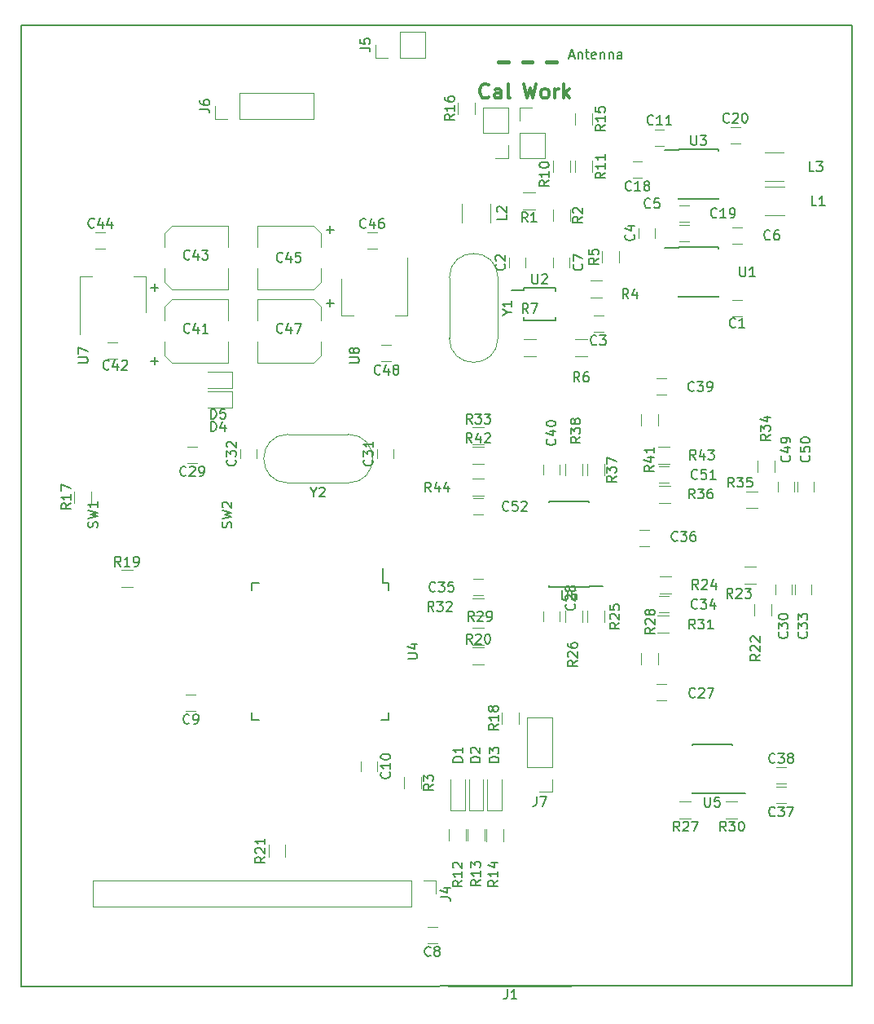
<source format=gto>
G04 #@! TF.GenerationSoftware,KiCad,Pcbnew,(5.0.1)-3*
G04 #@! TF.CreationDate,2018-12-03T23:59:26+01:00*
G04 #@! TF.ProjectId,antennaanalyzernx,616E74656E6E61616E616C797A65726E,rev?*
G04 #@! TF.SameCoordinates,Original*
G04 #@! TF.FileFunction,Legend,Top*
G04 #@! TF.FilePolarity,Positive*
%FSLAX46Y46*%
G04 Gerber Fmt 4.6, Leading zero omitted, Abs format (unit mm)*
G04 Created by KiCad (PCBNEW (5.0.1)-3) date 2018-12-03 23:59:26*
%MOMM*%
%LPD*%
G01*
G04 APERTURE LIST*
%ADD10C,0.150000*%
%ADD11C,0.300000*%
%ADD12C,0.120000*%
%ADD13C,0.381000*%
G04 APERTURE END LIST*
D10*
X21336000Y-119811800D02*
X21336000Y-19989800D01*
X107696000Y-119781800D02*
X21336000Y-119811800D01*
X107696000Y-19989800D02*
X107696000Y-119781800D01*
X21336000Y-19989800D02*
X107696000Y-19989800D01*
D11*
X69898857Y-27437514D02*
X69827428Y-27508942D01*
X69613142Y-27580371D01*
X69470285Y-27580371D01*
X69256000Y-27508942D01*
X69113142Y-27366085D01*
X69041714Y-27223228D01*
X68970285Y-26937514D01*
X68970285Y-26723228D01*
X69041714Y-26437514D01*
X69113142Y-26294657D01*
X69256000Y-26151800D01*
X69470285Y-26080371D01*
X69613142Y-26080371D01*
X69827428Y-26151800D01*
X69898857Y-26223228D01*
X71184571Y-27580371D02*
X71184571Y-26794657D01*
X71113142Y-26651800D01*
X70970285Y-26580371D01*
X70684571Y-26580371D01*
X70541714Y-26651800D01*
X71184571Y-27508942D02*
X71041714Y-27580371D01*
X70684571Y-27580371D01*
X70541714Y-27508942D01*
X70470285Y-27366085D01*
X70470285Y-27223228D01*
X70541714Y-27080371D01*
X70684571Y-27008942D01*
X71041714Y-27008942D01*
X71184571Y-26937514D01*
X72113142Y-27580371D02*
X71970285Y-27508942D01*
X71898857Y-27366085D01*
X71898857Y-26080371D01*
X73553142Y-26080371D02*
X73910285Y-27580371D01*
X74196000Y-26508942D01*
X74481714Y-27580371D01*
X74838857Y-26080371D01*
X75624571Y-27580371D02*
X75481714Y-27508942D01*
X75410285Y-27437514D01*
X75338857Y-27294657D01*
X75338857Y-26866085D01*
X75410285Y-26723228D01*
X75481714Y-26651800D01*
X75624571Y-26580371D01*
X75838857Y-26580371D01*
X75981714Y-26651800D01*
X76053142Y-26723228D01*
X76124571Y-26866085D01*
X76124571Y-27294657D01*
X76053142Y-27437514D01*
X75981714Y-27508942D01*
X75838857Y-27580371D01*
X75624571Y-27580371D01*
X76767428Y-27580371D02*
X76767428Y-26580371D01*
X76767428Y-26866085D02*
X76838857Y-26723228D01*
X76910285Y-26651800D01*
X77053142Y-26580371D01*
X77196000Y-26580371D01*
X77696000Y-27580371D02*
X77696000Y-26080371D01*
X77838857Y-27008942D02*
X78267428Y-27580371D01*
X78267428Y-26580371D02*
X77696000Y-27151800D01*
D10*
X78264095Y-23204466D02*
X78740285Y-23204466D01*
X78168857Y-23490180D02*
X78502190Y-22490180D01*
X78835523Y-23490180D01*
X79168857Y-22823514D02*
X79168857Y-23490180D01*
X79168857Y-22918752D02*
X79216476Y-22871133D01*
X79311714Y-22823514D01*
X79454571Y-22823514D01*
X79549809Y-22871133D01*
X79597428Y-22966371D01*
X79597428Y-23490180D01*
X79930761Y-22823514D02*
X80311714Y-22823514D01*
X80073619Y-22490180D02*
X80073619Y-23347323D01*
X80121238Y-23442561D01*
X80216476Y-23490180D01*
X80311714Y-23490180D01*
X81026000Y-23442561D02*
X80930761Y-23490180D01*
X80740285Y-23490180D01*
X80645047Y-23442561D01*
X80597428Y-23347323D01*
X80597428Y-22966371D01*
X80645047Y-22871133D01*
X80740285Y-22823514D01*
X80930761Y-22823514D01*
X81026000Y-22871133D01*
X81073619Y-22966371D01*
X81073619Y-23061609D01*
X80597428Y-23156847D01*
X81502190Y-22823514D02*
X81502190Y-23490180D01*
X81502190Y-22918752D02*
X81549809Y-22871133D01*
X81645047Y-22823514D01*
X81787904Y-22823514D01*
X81883142Y-22871133D01*
X81930761Y-22966371D01*
X81930761Y-23490180D01*
X82406952Y-22823514D02*
X82406952Y-23490180D01*
X82406952Y-22918752D02*
X82454571Y-22871133D01*
X82549809Y-22823514D01*
X82692666Y-22823514D01*
X82787904Y-22871133D01*
X82835523Y-22966371D01*
X82835523Y-23490180D01*
X83740285Y-23490180D02*
X83740285Y-22966371D01*
X83692666Y-22871133D01*
X83597428Y-22823514D01*
X83406952Y-22823514D01*
X83311714Y-22871133D01*
X83740285Y-23442561D02*
X83645047Y-23490180D01*
X83406952Y-23490180D01*
X83311714Y-23442561D01*
X83264095Y-23347323D01*
X83264095Y-23252085D01*
X83311714Y-23156847D01*
X83406952Y-23109228D01*
X83645047Y-23109228D01*
X83740285Y-23061609D01*
G04 #@! TO.C,U4*
X58857500Y-77882800D02*
X58857500Y-76357800D01*
X59507500Y-92132800D02*
X59507500Y-91372800D01*
X45257500Y-92132800D02*
X45257500Y-91372800D01*
X45257500Y-77882800D02*
X45257500Y-78642800D01*
X59507500Y-77882800D02*
X59507500Y-78642800D01*
X45257500Y-77882800D02*
X46017500Y-77882800D01*
X45257500Y-92132800D02*
X46017500Y-92132800D01*
X59507500Y-92132800D02*
X58747500Y-92132800D01*
X59507500Y-77882800D02*
X58857500Y-77882800D01*
D12*
G04 #@! TO.C,JP1*
X73092000Y-33765800D02*
X75752000Y-33765800D01*
X73092000Y-31165800D02*
X73092000Y-33765800D01*
X75752000Y-31165800D02*
X75752000Y-33765800D01*
X73092000Y-31165800D02*
X75752000Y-31165800D01*
X73092000Y-29895800D02*
X73092000Y-28565800D01*
X73092000Y-28565800D02*
X74422000Y-28565800D01*
G04 #@! TO.C,JP2*
X71942000Y-33765800D02*
X70612000Y-33765800D01*
X71942000Y-32435800D02*
X71942000Y-33765800D01*
X71942000Y-31165800D02*
X69282000Y-31165800D01*
X69282000Y-31165800D02*
X69282000Y-28565800D01*
X71942000Y-31165800D02*
X71942000Y-28565800D01*
X71942000Y-28565800D02*
X69282000Y-28565800D01*
G04 #@! TO.C,R26*
X79595007Y-80812258D02*
X79595007Y-82012258D01*
X77835007Y-82012258D02*
X77835007Y-80812258D01*
G04 #@! TO.C,R31*
X88633007Y-83054258D02*
X87433007Y-83054258D01*
X87433007Y-81294258D02*
X88633007Y-81294258D01*
D10*
G04 #@! TO.C,U1*
X89619000Y-43068800D02*
X89619000Y-43118800D01*
X93769000Y-43068800D02*
X93769000Y-43213800D01*
X93769000Y-48218800D02*
X93769000Y-48073800D01*
X89619000Y-48218800D02*
X89619000Y-48073800D01*
X89619000Y-43068800D02*
X93769000Y-43068800D01*
X89619000Y-48218800D02*
X93769000Y-48218800D01*
X89619000Y-43118800D02*
X88219000Y-43118800D01*
D12*
G04 #@! TO.C,R2*
X78350000Y-39121800D02*
X78350000Y-40321800D01*
X76590000Y-40321800D02*
X76590000Y-39121800D01*
G04 #@! TO.C,R5*
X81670000Y-44639800D02*
X81670000Y-43439800D01*
X83430000Y-43439800D02*
X83430000Y-44639800D01*
G04 #@! TO.C,C33*
X103441007Y-79098258D02*
X103441007Y-78098258D01*
X101741007Y-78098258D02*
X101741007Y-79098258D01*
G04 #@! TO.C,C36*
X86561007Y-72434258D02*
X85561007Y-72434258D01*
X85561007Y-74134258D02*
X86561007Y-74134258D01*
G04 #@! TO.C,C37*
X100784200Y-99091000D02*
X99784200Y-99091000D01*
X99784200Y-100791000D02*
X100784200Y-100791000D01*
G04 #@! TO.C,C38*
X99784200Y-98759000D02*
X100784200Y-98759000D01*
X100784200Y-97059000D02*
X99784200Y-97059000D01*
G04 #@! TO.C,C39*
X88379007Y-56686258D02*
X87379007Y-56686258D01*
X87379007Y-58386258D02*
X88379007Y-58386258D01*
G04 #@! TO.C,C42*
X30307400Y-54653800D02*
X31307400Y-54653800D01*
X31307400Y-52953800D02*
X30307400Y-52953800D01*
G04 #@! TO.C,C1*
X95206000Y-50271800D02*
X96206000Y-50271800D01*
X96206000Y-48571800D02*
X95206000Y-48571800D01*
G04 #@! TO.C,C4*
X85510000Y-41059800D02*
X85510000Y-42059800D01*
X87210000Y-42059800D02*
X87210000Y-41059800D01*
G04 #@! TO.C,C40*
X77279007Y-66672258D02*
X77279007Y-65672258D01*
X75579007Y-65672258D02*
X75579007Y-66672258D01*
G04 #@! TO.C,C51*
X88633007Y-65830258D02*
X87633007Y-65830258D01*
X87633007Y-67530258D02*
X88633007Y-67530258D01*
G04 #@! TO.C,C50*
X103695007Y-68394258D02*
X103695007Y-67394258D01*
X101995007Y-67394258D02*
X101995007Y-68394258D01*
G04 #@! TO.C,C49*
X101663007Y-68400258D02*
X101663007Y-67400258D01*
X99963007Y-67400258D02*
X99963007Y-68400258D01*
G04 #@! TO.C,C48*
X58755400Y-54907800D02*
X59755400Y-54907800D01*
X59755400Y-53207800D02*
X58755400Y-53207800D01*
G04 #@! TO.C,C46*
X58271400Y-41523800D02*
X57271400Y-41523800D01*
X57271400Y-43223800D02*
X58271400Y-43223800D01*
G04 #@! TO.C,C44*
X30037400Y-41523800D02*
X29037400Y-41523800D01*
X29037400Y-43223800D02*
X30037400Y-43223800D01*
G04 #@! TO.C,C34*
X88633007Y-79292258D02*
X87633007Y-79292258D01*
X87633007Y-80992258D02*
X88633007Y-80992258D01*
G04 #@! TO.C,C2*
X73748000Y-45147800D02*
X73748000Y-44147800D01*
X72048000Y-44147800D02*
X72048000Y-45147800D01*
G04 #@! TO.C,C5*
X90690000Y-40729800D02*
X89690000Y-40729800D01*
X89690000Y-42429800D02*
X90690000Y-42429800D01*
G04 #@! TO.C,C6*
X95238000Y-42683800D02*
X96238000Y-42683800D01*
X96238000Y-40983800D02*
X95238000Y-40983800D01*
G04 #@! TO.C,C7*
X78320000Y-45147800D02*
X78320000Y-44147800D01*
X76620000Y-44147800D02*
X76620000Y-45147800D01*
G04 #@! TO.C,C30*
X99709007Y-78098258D02*
X99709007Y-79098258D01*
X101409007Y-79098258D02*
X101409007Y-78098258D01*
G04 #@! TO.C,C18*
X84844000Y-35825800D02*
X85844000Y-35825800D01*
X85844000Y-34125800D02*
X84844000Y-34125800D01*
G04 #@! TO.C,C19*
X89690000Y-40397800D02*
X90690000Y-40397800D01*
X90690000Y-38697800D02*
X89690000Y-38697800D01*
G04 #@! TO.C,C20*
X96024000Y-30569800D02*
X95024000Y-30569800D01*
X95024000Y-32269800D02*
X96024000Y-32269800D01*
G04 #@! TO.C,C35*
X69309007Y-77514258D02*
X68309007Y-77514258D01*
X68309007Y-79214258D02*
X69309007Y-79214258D01*
G04 #@! TO.C,C11*
X87130000Y-32523800D02*
X88130000Y-32523800D01*
X88130000Y-30823800D02*
X87130000Y-30823800D01*
G04 #@! TO.C,C52*
X69309007Y-69132258D02*
X68309007Y-69132258D01*
X68309007Y-70832258D02*
X69309007Y-70832258D01*
G04 #@! TO.C,C28*
X75579007Y-80892258D02*
X75579007Y-81892258D01*
X77279007Y-81892258D02*
X77279007Y-80892258D01*
G04 #@! TO.C,C27*
X87339007Y-90136258D02*
X88339007Y-90136258D01*
X88339007Y-88436258D02*
X87339007Y-88436258D01*
G04 #@! TO.C,C3*
X81800000Y-50127800D02*
X80800000Y-50127800D01*
X80800000Y-51827800D02*
X81800000Y-51827800D01*
G04 #@! TO.C,L1*
X100600000Y-39757800D02*
X98600000Y-39757800D01*
X98600000Y-36797800D02*
X100600000Y-36797800D01*
G04 #@! TO.C,L2*
X67100000Y-40515800D02*
X67100000Y-38515800D01*
X70060000Y-38515800D02*
X70060000Y-40515800D01*
G04 #@! TO.C,L3*
X100568000Y-36201800D02*
X98568000Y-36201800D01*
X98568000Y-33241800D02*
X100568000Y-33241800D01*
G04 #@! TO.C,R44*
X68209007Y-67070258D02*
X69409007Y-67070258D01*
X69409007Y-68830258D02*
X68209007Y-68830258D01*
G04 #@! TO.C,R43*
X87513007Y-63768258D02*
X88713007Y-63768258D01*
X88713007Y-65528258D02*
X87513007Y-65528258D01*
G04 #@! TO.C,R42*
X68209007Y-63768258D02*
X69409007Y-63768258D01*
X69409007Y-65528258D02*
X68209007Y-65528258D01*
G04 #@! TO.C,R41*
X87469007Y-60412258D02*
X87469007Y-61612258D01*
X85709007Y-61612258D02*
X85709007Y-60412258D01*
G04 #@! TO.C,R34*
X99579007Y-65238258D02*
X99579007Y-66438258D01*
X97819007Y-66438258D02*
X97819007Y-65238258D01*
G04 #@! TO.C,R38*
X79595007Y-65572258D02*
X79595007Y-66772258D01*
X77835007Y-66772258D02*
X77835007Y-65572258D01*
G04 #@! TO.C,R36*
X87593007Y-67832258D02*
X88793007Y-67832258D01*
X88793007Y-69592258D02*
X87593007Y-69592258D01*
G04 #@! TO.C,R35*
X97859007Y-70154258D02*
X96659007Y-70154258D01*
X96659007Y-68394258D02*
X97859007Y-68394258D01*
G04 #@! TO.C,R4*
X80506000Y-46541800D02*
X81706000Y-46541800D01*
X81706000Y-48301800D02*
X80506000Y-48301800D01*
G04 #@! TO.C,R1*
X74688000Y-39157800D02*
X73488000Y-39157800D01*
X73488000Y-37397800D02*
X74688000Y-37397800D01*
G04 #@! TO.C,R10*
X78350000Y-34055800D02*
X78350000Y-35255800D01*
X76590000Y-35255800D02*
X76590000Y-34055800D01*
G04 #@! TO.C,R23*
X97683007Y-77974258D02*
X96483007Y-77974258D01*
X96483007Y-76214258D02*
X97683007Y-76214258D01*
G04 #@! TO.C,R37*
X80121007Y-66772258D02*
X80121007Y-65572258D01*
X81881007Y-65572258D02*
X81881007Y-66772258D01*
G04 #@! TO.C,R6*
X78902000Y-52637800D02*
X80102000Y-52637800D01*
X80102000Y-54397800D02*
X78902000Y-54397800D01*
G04 #@! TO.C,R7*
X73568000Y-52637800D02*
X74768000Y-52637800D01*
X74768000Y-54397800D02*
X73568000Y-54397800D01*
G04 #@! TO.C,R25*
X81881007Y-80812258D02*
X81881007Y-82012258D01*
X80121007Y-82012258D02*
X80121007Y-80812258D01*
G04 #@! TO.C,R11*
X78876000Y-35255800D02*
X78876000Y-34055800D01*
X80636000Y-34055800D02*
X80636000Y-35255800D01*
G04 #@! TO.C,R15*
X78876000Y-30321800D02*
X78876000Y-29121800D01*
X80636000Y-29121800D02*
X80636000Y-30321800D01*
G04 #@! TO.C,R16*
X68444000Y-28025800D02*
X68444000Y-29225800D01*
X66684000Y-29225800D02*
X66684000Y-28025800D01*
G04 #@! TO.C,R22*
X97535007Y-81330258D02*
X97535007Y-80130258D01*
X99295007Y-80130258D02*
X99295007Y-81330258D01*
G04 #@! TO.C,R24*
X87687007Y-77230258D02*
X88887007Y-77230258D01*
X88887007Y-78990258D02*
X87687007Y-78990258D01*
G04 #@! TO.C,R27*
X90878200Y-102345000D02*
X89678200Y-102345000D01*
X89678200Y-100585000D02*
X90878200Y-100585000D01*
G04 #@! TO.C,R28*
X87469007Y-85210258D02*
X87469007Y-86410258D01*
X85709007Y-86410258D02*
X85709007Y-85210258D01*
G04 #@! TO.C,R29*
X68209007Y-82564258D02*
X69409007Y-82564258D01*
X69409007Y-84324258D02*
X68209007Y-84324258D01*
G04 #@! TO.C,R30*
X94504200Y-100585000D02*
X95704200Y-100585000D01*
X95704200Y-102345000D02*
X94504200Y-102345000D01*
G04 #@! TO.C,R32*
X69409007Y-81276258D02*
X68209007Y-81276258D01*
X68209007Y-79516258D02*
X69409007Y-79516258D01*
D13*
G04 #@! TO.C,J2*
X71915020Y-23776940D02*
X70914260Y-23776940D01*
X74414380Y-23776940D02*
X73413620Y-23776940D01*
X76913740Y-23776940D02*
X75912980Y-23776940D01*
D10*
G04 #@! TO.C,U2*
X73509000Y-47495800D02*
X72284000Y-47495800D01*
X73509000Y-50620800D02*
X76859000Y-50620800D01*
X73509000Y-47270800D02*
X76859000Y-47270800D01*
X73509000Y-50620800D02*
X73509000Y-50320800D01*
X76859000Y-50620800D02*
X76859000Y-50320800D01*
X76859000Y-47270800D02*
X76859000Y-47570800D01*
X73509000Y-47270800D02*
X73509000Y-47495800D01*
D12*
G04 #@! TO.C,C47*
X45815400Y-48471800D02*
X45815400Y-50651800D01*
X45815400Y-55071800D02*
X45815400Y-52891800D01*
X52415400Y-49231800D02*
X52415400Y-50651800D01*
X52415400Y-54311800D02*
X52415400Y-52891800D01*
X45815400Y-48471800D02*
X51655400Y-48471800D01*
X51655400Y-48471800D02*
X52415400Y-49231800D01*
X52415400Y-54311800D02*
X51655400Y-55071800D01*
X51655400Y-55071800D02*
X45815400Y-55071800D01*
G04 #@! TO.C,C45*
X51655400Y-47451800D02*
X45815400Y-47451800D01*
X52415400Y-46691800D02*
X51655400Y-47451800D01*
X51655400Y-40851800D02*
X52415400Y-41611800D01*
X45815400Y-40851800D02*
X51655400Y-40851800D01*
X52415400Y-46691800D02*
X52415400Y-45271800D01*
X52415400Y-41611800D02*
X52415400Y-43031800D01*
X45815400Y-47451800D02*
X45815400Y-45271800D01*
X45815400Y-40851800D02*
X45815400Y-43031800D01*
G04 #@! TO.C,C43*
X42763400Y-47451800D02*
X42763400Y-45271800D01*
X42763400Y-40851800D02*
X42763400Y-43031800D01*
X36163400Y-46691800D02*
X36163400Y-45271800D01*
X36163400Y-41611800D02*
X36163400Y-43031800D01*
X42763400Y-47451800D02*
X36923400Y-47451800D01*
X36923400Y-47451800D02*
X36163400Y-46691800D01*
X36163400Y-41611800D02*
X36923400Y-40851800D01*
X36923400Y-40851800D02*
X42763400Y-40851800D01*
G04 #@! TO.C,C41*
X36923400Y-48471800D02*
X42763400Y-48471800D01*
X36163400Y-49231800D02*
X36923400Y-48471800D01*
X36923400Y-55071800D02*
X36163400Y-54311800D01*
X42763400Y-55071800D02*
X36923400Y-55071800D01*
X36163400Y-49231800D02*
X36163400Y-50651800D01*
X36163400Y-54311800D02*
X36163400Y-52891800D01*
X42763400Y-48471800D02*
X42763400Y-50651800D01*
X42763400Y-55071800D02*
X42763400Y-52891800D01*
G04 #@! TO.C,D4*
X43249400Y-57701800D02*
X43249400Y-56001800D01*
X43249400Y-56001800D02*
X40699400Y-56001800D01*
X43249400Y-57701800D02*
X40699400Y-57701800D01*
G04 #@! TO.C,D5*
X43249400Y-59733800D02*
X43249400Y-58033800D01*
X43249400Y-58033800D02*
X40699400Y-58033800D01*
X43249400Y-59733800D02*
X40699400Y-59733800D01*
D10*
G04 #@! TO.C,U3*
X89619000Y-32908800D02*
X89619000Y-32958800D01*
X93769000Y-32908800D02*
X93769000Y-33053800D01*
X93769000Y-38058800D02*
X93769000Y-37913800D01*
X89619000Y-38058800D02*
X89619000Y-37913800D01*
X89619000Y-32908800D02*
X93769000Y-32908800D01*
X89619000Y-38058800D02*
X93769000Y-38058800D01*
X89619000Y-32958800D02*
X88219000Y-32958800D01*
D12*
G04 #@! TO.C,U7*
X34237400Y-46051800D02*
X32977400Y-46051800D01*
X27417400Y-46051800D02*
X28677400Y-46051800D01*
X34237400Y-49811800D02*
X34237400Y-46051800D01*
X27417400Y-52061800D02*
X27417400Y-46051800D01*
G04 #@! TO.C,U8*
X61415400Y-44115800D02*
X61415400Y-50125800D01*
X54595400Y-46365800D02*
X54595400Y-50125800D01*
X61415400Y-50125800D02*
X60155400Y-50125800D01*
X54595400Y-50125800D02*
X55855400Y-50125800D01*
G04 #@! TO.C,D1*
X67412400Y-98322214D02*
X67412400Y-101522214D01*
X65912400Y-101522214D02*
X65912400Y-98322214D01*
X65912400Y-101522214D02*
X67412400Y-101522214D01*
G04 #@! TO.C,D2*
X67842400Y-101532214D02*
X69342400Y-101532214D01*
X67842400Y-101532214D02*
X67842400Y-98332214D01*
X69342400Y-98332214D02*
X69342400Y-101532214D01*
G04 #@! TO.C,D3*
X69722400Y-101512214D02*
X71222400Y-101512214D01*
X69722400Y-101512214D02*
X69722400Y-98312214D01*
X71222400Y-98312214D02*
X71222400Y-101512214D01*
G04 #@! TO.C,R20*
X68209007Y-84596258D02*
X69409007Y-84596258D01*
X69409007Y-86356258D02*
X68209007Y-86356258D01*
G04 #@! TO.C,R33*
X68209007Y-61736258D02*
X69409007Y-61736258D01*
X69409007Y-63496258D02*
X68209007Y-63496258D01*
G04 #@! TO.C,R12*
X67532400Y-103512214D02*
X67532400Y-104712214D01*
X65772400Y-104712214D02*
X65772400Y-103512214D01*
G04 #@! TO.C,R13*
X67712400Y-104712214D02*
X67712400Y-103512214D01*
X69472400Y-103512214D02*
X69472400Y-104712214D01*
G04 #@! TO.C,R14*
X69632400Y-104722214D02*
X69632400Y-103522214D01*
X71392400Y-103522214D02*
X71392400Y-104722214D01*
G04 #@! TO.C,J5*
X63306000Y-23351800D02*
X63306000Y-20691800D01*
X60706000Y-23351800D02*
X63306000Y-23351800D01*
X60706000Y-20691800D02*
X63306000Y-20691800D01*
X60706000Y-23351800D02*
X60706000Y-20691800D01*
X59436000Y-23351800D02*
X58106000Y-23351800D01*
X58106000Y-23351800D02*
X58106000Y-22021800D01*
G04 #@! TO.C,J6*
X41416000Y-29711800D02*
X41416000Y-28381800D01*
X42746000Y-29711800D02*
X41416000Y-29711800D01*
X44016000Y-29711800D02*
X44016000Y-27051800D01*
X44016000Y-27051800D02*
X51696000Y-27051800D01*
X44016000Y-29711800D02*
X51696000Y-29711800D01*
X51696000Y-29711800D02*
X51696000Y-27051800D01*
G04 #@! TO.C,C8*
X64528000Y-113627800D02*
X63528000Y-113627800D01*
X63528000Y-115327800D02*
X64528000Y-115327800D01*
G04 #@! TO.C,C9*
X38440500Y-91191800D02*
X39440500Y-91191800D01*
X39440500Y-89491800D02*
X38440500Y-89491800D01*
G04 #@! TO.C,C10*
X56612500Y-96445800D02*
X56612500Y-97445800D01*
X58312500Y-97445800D02*
X58312500Y-96445800D01*
G04 #@! TO.C,C29*
X38567500Y-65474300D02*
X39567500Y-65474300D01*
X39567500Y-63774300D02*
X38567500Y-63774300D01*
G04 #@! TO.C,C31*
X58327000Y-63997300D02*
X58327000Y-64997300D01*
X60027000Y-64997300D02*
X60027000Y-63997300D01*
G04 #@! TO.C,C32*
X45803000Y-64997300D02*
X45803000Y-63997300D01*
X44103000Y-63997300D02*
X44103000Y-64997300D01*
G04 #@! TO.C,J7*
X76514000Y-99628000D02*
X75184000Y-99628000D01*
X76514000Y-98298000D02*
X76514000Y-99628000D01*
X76514000Y-97028000D02*
X73854000Y-97028000D01*
X73854000Y-97028000D02*
X73854000Y-91888000D01*
X76514000Y-97028000D02*
X76514000Y-91888000D01*
X76514000Y-91888000D02*
X73854000Y-91888000D01*
G04 #@! TO.C,R3*
X61096000Y-99249800D02*
X61096000Y-98049800D01*
X62856000Y-98049800D02*
X62856000Y-99249800D01*
G04 #@! TO.C,R17*
X26831400Y-69615600D02*
X26831400Y-68415600D01*
X28591400Y-68415600D02*
X28591400Y-69615600D01*
G04 #@! TO.C,R18*
X73016000Y-91351800D02*
X73016000Y-92551800D01*
X71256000Y-92551800D02*
X71256000Y-91351800D01*
G04 #@! TO.C,R19*
X32883400Y-78324600D02*
X31683400Y-78324600D01*
X31683400Y-76564600D02*
X32883400Y-76564600D01*
G04 #@! TO.C,R21*
X47006000Y-106331800D02*
X47006000Y-105131800D01*
X48766000Y-105131800D02*
X48766000Y-106331800D01*
D10*
G04 #@! TO.C,U5*
X95189200Y-99740000D02*
X96589200Y-99740000D01*
X95189200Y-94640000D02*
X91039200Y-94640000D01*
X95189200Y-99790000D02*
X91039200Y-99790000D01*
X95189200Y-94640000D02*
X95189200Y-94785000D01*
X91039200Y-94640000D02*
X91039200Y-94785000D01*
X91039200Y-99790000D02*
X91039200Y-99645000D01*
X95189200Y-99790000D02*
X95189200Y-99740000D01*
G04 #@! TO.C,U6*
X80348007Y-78285258D02*
X81723007Y-78285258D01*
X80348007Y-69410258D02*
X76198007Y-69410258D01*
X80348007Y-78310258D02*
X76198007Y-78310258D01*
X80348007Y-69410258D02*
X80348007Y-69525258D01*
X76198007Y-69410258D02*
X76198007Y-69525258D01*
X76198007Y-78310258D02*
X76198007Y-78195258D01*
X80348007Y-78310258D02*
X80348007Y-78285258D01*
D12*
G04 #@! TO.C,Y1*
X70851000Y-46228800D02*
X70851000Y-52478800D01*
X65801000Y-46228800D02*
X65801000Y-52478800D01*
X65801000Y-46228800D02*
G75*
G02X70851000Y-46228800I2525000J0D01*
G01*
X65801000Y-52478800D02*
G75*
G03X70851000Y-52478800I2525000J0D01*
G01*
G04 #@! TO.C,Y2*
X49040000Y-62480300D02*
G75*
G03X49040000Y-67530300I0J-2525000D01*
G01*
X55290000Y-62480300D02*
G75*
G02X55290000Y-67530300I0J-2525000D01*
G01*
X55290000Y-62480300D02*
X49040000Y-62480300D01*
X55290000Y-67530300D02*
X49040000Y-67530300D01*
G04 #@! TO.C,J4*
X64436000Y-108851800D02*
X64436000Y-110181800D01*
X63106000Y-108851800D02*
X64436000Y-108851800D01*
X61836000Y-108851800D02*
X61836000Y-111511800D01*
X61836000Y-111511800D02*
X28756000Y-111511800D01*
X61836000Y-108851800D02*
X28756000Y-108851800D01*
X28756000Y-108851800D02*
X28756000Y-111511800D01*
D10*
G04 #@! TO.C,J1*
X65786000Y-119810800D02*
X78486000Y-119810800D01*
G04 #@! TD*
G04 #@! TO.C,U4*
X61484880Y-85769704D02*
X62294404Y-85769704D01*
X62389642Y-85722085D01*
X62437261Y-85674466D01*
X62484880Y-85579228D01*
X62484880Y-85388752D01*
X62437261Y-85293514D01*
X62389642Y-85245895D01*
X62294404Y-85198276D01*
X61484880Y-85198276D01*
X61818214Y-84293514D02*
X62484880Y-84293514D01*
X61437261Y-84531609D02*
X62151547Y-84769704D01*
X62151547Y-84150657D01*
G04 #@! TO.C,R26*
X79100205Y-86000997D02*
X78624015Y-86334330D01*
X79100205Y-86572425D02*
X78100205Y-86572425D01*
X78100205Y-86191473D01*
X78147825Y-86096235D01*
X78195444Y-86048616D01*
X78290682Y-86000997D01*
X78433539Y-86000997D01*
X78528777Y-86048616D01*
X78576396Y-86096235D01*
X78624015Y-86191473D01*
X78624015Y-86572425D01*
X78195444Y-85620044D02*
X78147825Y-85572425D01*
X78100205Y-85477187D01*
X78100205Y-85239092D01*
X78147825Y-85143854D01*
X78195444Y-85096235D01*
X78290682Y-85048616D01*
X78385920Y-85048616D01*
X78528777Y-85096235D01*
X79100205Y-85667663D01*
X79100205Y-85048616D01*
X78100205Y-84191473D02*
X78100205Y-84381949D01*
X78147825Y-84477187D01*
X78195444Y-84524806D01*
X78338301Y-84620044D01*
X78528777Y-84667663D01*
X78909729Y-84667663D01*
X79004967Y-84620044D01*
X79052586Y-84572425D01*
X79100205Y-84477187D01*
X79100205Y-84286711D01*
X79052586Y-84191473D01*
X79004967Y-84143854D01*
X78909729Y-84096235D01*
X78671634Y-84096235D01*
X78576396Y-84143854D01*
X78528777Y-84191473D01*
X78481158Y-84286711D01*
X78481158Y-84477187D01*
X78528777Y-84572425D01*
X78576396Y-84620044D01*
X78671634Y-84667663D01*
G04 #@! TO.C,R31*
X91336031Y-82693820D02*
X91002698Y-82217630D01*
X90764603Y-82693820D02*
X90764603Y-81693820D01*
X91145555Y-81693820D01*
X91240793Y-81741440D01*
X91288412Y-81789059D01*
X91336031Y-81884297D01*
X91336031Y-82027154D01*
X91288412Y-82122392D01*
X91240793Y-82170011D01*
X91145555Y-82217630D01*
X90764603Y-82217630D01*
X91669365Y-81693820D02*
X92288412Y-81693820D01*
X91955079Y-82074773D01*
X92097936Y-82074773D01*
X92193174Y-82122392D01*
X92240793Y-82170011D01*
X92288412Y-82265249D01*
X92288412Y-82503344D01*
X92240793Y-82598582D01*
X92193174Y-82646201D01*
X92097936Y-82693820D01*
X91812222Y-82693820D01*
X91716984Y-82646201D01*
X91669365Y-82598582D01*
X93240793Y-82693820D02*
X92669365Y-82693820D01*
X92955079Y-82693820D02*
X92955079Y-81693820D01*
X92859841Y-81836678D01*
X92764603Y-81931916D01*
X92669365Y-81979535D01*
G04 #@! TO.C,U1*
X96012095Y-45096180D02*
X96012095Y-45905704D01*
X96059714Y-46000942D01*
X96107333Y-46048561D01*
X96202571Y-46096180D01*
X96393047Y-46096180D01*
X96488285Y-46048561D01*
X96535904Y-46000942D01*
X96583523Y-45905704D01*
X96583523Y-45096180D01*
X97583523Y-46096180D02*
X97012095Y-46096180D01*
X97297809Y-46096180D02*
X97297809Y-45096180D01*
X97202571Y-45239038D01*
X97107333Y-45334276D01*
X97012095Y-45381895D01*
G04 #@! TO.C,R2*
X79622380Y-39888466D02*
X79146190Y-40221800D01*
X79622380Y-40459895D02*
X78622380Y-40459895D01*
X78622380Y-40078942D01*
X78670000Y-39983704D01*
X78717619Y-39936085D01*
X78812857Y-39888466D01*
X78955714Y-39888466D01*
X79050952Y-39936085D01*
X79098571Y-39983704D01*
X79146190Y-40078942D01*
X79146190Y-40459895D01*
X78717619Y-39507514D02*
X78670000Y-39459895D01*
X78622380Y-39364657D01*
X78622380Y-39126561D01*
X78670000Y-39031323D01*
X78717619Y-38983704D01*
X78812857Y-38936085D01*
X78908095Y-38936085D01*
X79050952Y-38983704D01*
X79622380Y-39555133D01*
X79622380Y-38936085D01*
G04 #@! TO.C,R5*
X81302380Y-44206466D02*
X80826190Y-44539800D01*
X81302380Y-44777895D02*
X80302380Y-44777895D01*
X80302380Y-44396942D01*
X80350000Y-44301704D01*
X80397619Y-44254085D01*
X80492857Y-44206466D01*
X80635714Y-44206466D01*
X80730952Y-44254085D01*
X80778571Y-44301704D01*
X80826190Y-44396942D01*
X80826190Y-44777895D01*
X80302380Y-43301704D02*
X80302380Y-43777895D01*
X80778571Y-43825514D01*
X80730952Y-43777895D01*
X80683333Y-43682657D01*
X80683333Y-43444561D01*
X80730952Y-43349323D01*
X80778571Y-43301704D01*
X80873809Y-43254085D01*
X81111904Y-43254085D01*
X81207142Y-43301704D01*
X81254761Y-43349323D01*
X81302380Y-43444561D01*
X81302380Y-43682657D01*
X81254761Y-43777895D01*
X81207142Y-43825514D01*
G04 #@! TO.C,C33*
X102948149Y-83031115D02*
X102995768Y-83078734D01*
X103043387Y-83221591D01*
X103043387Y-83316829D01*
X102995768Y-83459686D01*
X102900530Y-83554924D01*
X102805292Y-83602543D01*
X102614816Y-83650162D01*
X102471959Y-83650162D01*
X102281483Y-83602543D01*
X102186245Y-83554924D01*
X102091007Y-83459686D01*
X102043387Y-83316829D01*
X102043387Y-83221591D01*
X102091007Y-83078734D01*
X102138626Y-83031115D01*
X102043387Y-82697781D02*
X102043387Y-82078734D01*
X102424340Y-82412067D01*
X102424340Y-82269210D01*
X102471959Y-82173972D01*
X102519578Y-82126353D01*
X102614816Y-82078734D01*
X102852911Y-82078734D01*
X102948149Y-82126353D01*
X102995768Y-82173972D01*
X103043387Y-82269210D01*
X103043387Y-82554924D01*
X102995768Y-82650162D01*
X102948149Y-82697781D01*
X102043387Y-81745400D02*
X102043387Y-81126353D01*
X102424340Y-81459686D01*
X102424340Y-81316829D01*
X102471959Y-81221591D01*
X102519578Y-81173972D01*
X102614816Y-81126353D01*
X102852911Y-81126353D01*
X102948149Y-81173972D01*
X102995768Y-81221591D01*
X103043387Y-81316829D01*
X103043387Y-81602543D01*
X102995768Y-81697781D01*
X102948149Y-81745400D01*
G04 #@! TO.C,C36*
X89518149Y-73471400D02*
X89470530Y-73519019D01*
X89327673Y-73566638D01*
X89232435Y-73566638D01*
X89089578Y-73519019D01*
X88994340Y-73423781D01*
X88946721Y-73328543D01*
X88899102Y-73138067D01*
X88899102Y-72995210D01*
X88946721Y-72804734D01*
X88994340Y-72709496D01*
X89089578Y-72614258D01*
X89232435Y-72566638D01*
X89327673Y-72566638D01*
X89470530Y-72614258D01*
X89518149Y-72661877D01*
X89851483Y-72566638D02*
X90470530Y-72566638D01*
X90137197Y-72947591D01*
X90280054Y-72947591D01*
X90375292Y-72995210D01*
X90422911Y-73042829D01*
X90470530Y-73138067D01*
X90470530Y-73376162D01*
X90422911Y-73471400D01*
X90375292Y-73519019D01*
X90280054Y-73566638D01*
X89994340Y-73566638D01*
X89899102Y-73519019D01*
X89851483Y-73471400D01*
X91327673Y-72566638D02*
X91137197Y-72566638D01*
X91041959Y-72614258D01*
X90994340Y-72661877D01*
X90899102Y-72804734D01*
X90851483Y-72995210D01*
X90851483Y-73376162D01*
X90899102Y-73471400D01*
X90946721Y-73519019D01*
X91041959Y-73566638D01*
X91232435Y-73566638D01*
X91327673Y-73519019D01*
X91375292Y-73471400D01*
X91422911Y-73376162D01*
X91422911Y-73138067D01*
X91375292Y-73042829D01*
X91327673Y-72995210D01*
X91232435Y-72947591D01*
X91041959Y-72947591D01*
X90946721Y-72995210D01*
X90899102Y-73042829D01*
X90851483Y-73138067D01*
G04 #@! TO.C,C37*
X99641342Y-102076142D02*
X99593723Y-102123761D01*
X99450866Y-102171380D01*
X99355628Y-102171380D01*
X99212771Y-102123761D01*
X99117533Y-102028523D01*
X99069914Y-101933285D01*
X99022295Y-101742809D01*
X99022295Y-101599952D01*
X99069914Y-101409476D01*
X99117533Y-101314238D01*
X99212771Y-101219000D01*
X99355628Y-101171380D01*
X99450866Y-101171380D01*
X99593723Y-101219000D01*
X99641342Y-101266619D01*
X99974676Y-101171380D02*
X100593723Y-101171380D01*
X100260390Y-101552333D01*
X100403247Y-101552333D01*
X100498485Y-101599952D01*
X100546104Y-101647571D01*
X100593723Y-101742809D01*
X100593723Y-101980904D01*
X100546104Y-102076142D01*
X100498485Y-102123761D01*
X100403247Y-102171380D01*
X100117533Y-102171380D01*
X100022295Y-102123761D01*
X99974676Y-102076142D01*
X100927057Y-101171380D02*
X101593723Y-101171380D01*
X101165152Y-102171380D01*
G04 #@! TO.C,C38*
X99641342Y-96516142D02*
X99593723Y-96563761D01*
X99450866Y-96611380D01*
X99355628Y-96611380D01*
X99212771Y-96563761D01*
X99117533Y-96468523D01*
X99069914Y-96373285D01*
X99022295Y-96182809D01*
X99022295Y-96039952D01*
X99069914Y-95849476D01*
X99117533Y-95754238D01*
X99212771Y-95659000D01*
X99355628Y-95611380D01*
X99450866Y-95611380D01*
X99593723Y-95659000D01*
X99641342Y-95706619D01*
X99974676Y-95611380D02*
X100593723Y-95611380D01*
X100260390Y-95992333D01*
X100403247Y-95992333D01*
X100498485Y-96039952D01*
X100546104Y-96087571D01*
X100593723Y-96182809D01*
X100593723Y-96420904D01*
X100546104Y-96516142D01*
X100498485Y-96563761D01*
X100403247Y-96611380D01*
X100117533Y-96611380D01*
X100022295Y-96563761D01*
X99974676Y-96516142D01*
X101165152Y-96039952D02*
X101069914Y-95992333D01*
X101022295Y-95944714D01*
X100974676Y-95849476D01*
X100974676Y-95801857D01*
X101022295Y-95706619D01*
X101069914Y-95659000D01*
X101165152Y-95611380D01*
X101355628Y-95611380D01*
X101450866Y-95659000D01*
X101498485Y-95706619D01*
X101546104Y-95801857D01*
X101546104Y-95849476D01*
X101498485Y-95944714D01*
X101450866Y-95992333D01*
X101355628Y-96039952D01*
X101165152Y-96039952D01*
X101069914Y-96087571D01*
X101022295Y-96135190D01*
X100974676Y-96230428D01*
X100974676Y-96420904D01*
X101022295Y-96516142D01*
X101069914Y-96563761D01*
X101165152Y-96611380D01*
X101355628Y-96611380D01*
X101450866Y-96563761D01*
X101498485Y-96516142D01*
X101546104Y-96420904D01*
X101546104Y-96230428D01*
X101498485Y-96135190D01*
X101450866Y-96087571D01*
X101355628Y-96039952D01*
G04 #@! TO.C,C39*
X91236149Y-57923400D02*
X91188530Y-57971019D01*
X91045673Y-58018638D01*
X90950435Y-58018638D01*
X90807578Y-57971019D01*
X90712340Y-57875781D01*
X90664721Y-57780543D01*
X90617102Y-57590067D01*
X90617102Y-57447210D01*
X90664721Y-57256734D01*
X90712340Y-57161496D01*
X90807578Y-57066258D01*
X90950435Y-57018638D01*
X91045673Y-57018638D01*
X91188530Y-57066258D01*
X91236149Y-57113877D01*
X91569483Y-57018638D02*
X92188530Y-57018638D01*
X91855197Y-57399591D01*
X91998054Y-57399591D01*
X92093292Y-57447210D01*
X92140911Y-57494829D01*
X92188530Y-57590067D01*
X92188530Y-57828162D01*
X92140911Y-57923400D01*
X92093292Y-57971019D01*
X91998054Y-58018638D01*
X91712340Y-58018638D01*
X91617102Y-57971019D01*
X91569483Y-57923400D01*
X92664721Y-58018638D02*
X92855197Y-58018638D01*
X92950435Y-57971019D01*
X92998054Y-57923400D01*
X93093292Y-57780543D01*
X93140911Y-57590067D01*
X93140911Y-57209115D01*
X93093292Y-57113877D01*
X93045673Y-57066258D01*
X92950435Y-57018638D01*
X92759959Y-57018638D01*
X92664721Y-57066258D01*
X92617102Y-57113877D01*
X92569483Y-57209115D01*
X92569483Y-57447210D01*
X92617102Y-57542448D01*
X92664721Y-57590067D01*
X92759959Y-57637686D01*
X92950435Y-57637686D01*
X93045673Y-57590067D01*
X93093292Y-57542448D01*
X93140911Y-57447210D01*
G04 #@! TO.C,C42*
X30438542Y-55684942D02*
X30390923Y-55732561D01*
X30248066Y-55780180D01*
X30152828Y-55780180D01*
X30009971Y-55732561D01*
X29914733Y-55637323D01*
X29867114Y-55542085D01*
X29819495Y-55351609D01*
X29819495Y-55208752D01*
X29867114Y-55018276D01*
X29914733Y-54923038D01*
X30009971Y-54827800D01*
X30152828Y-54780180D01*
X30248066Y-54780180D01*
X30390923Y-54827800D01*
X30438542Y-54875419D01*
X31295685Y-55113514D02*
X31295685Y-55780180D01*
X31057590Y-54732561D02*
X30819495Y-55446847D01*
X31438542Y-55446847D01*
X31771876Y-54875419D02*
X31819495Y-54827800D01*
X31914733Y-54780180D01*
X32152828Y-54780180D01*
X32248066Y-54827800D01*
X32295685Y-54875419D01*
X32343304Y-54970657D01*
X32343304Y-55065895D01*
X32295685Y-55208752D01*
X31724257Y-55780180D01*
X32343304Y-55780180D01*
G04 #@! TO.C,C1*
X95539333Y-51302942D02*
X95491714Y-51350561D01*
X95348857Y-51398180D01*
X95253619Y-51398180D01*
X95110761Y-51350561D01*
X95015523Y-51255323D01*
X94967904Y-51160085D01*
X94920285Y-50969609D01*
X94920285Y-50826752D01*
X94967904Y-50636276D01*
X95015523Y-50541038D01*
X95110761Y-50445800D01*
X95253619Y-50398180D01*
X95348857Y-50398180D01*
X95491714Y-50445800D01*
X95539333Y-50493419D01*
X96491714Y-51398180D02*
X95920285Y-51398180D01*
X96206000Y-51398180D02*
X96206000Y-50398180D01*
X96110761Y-50541038D01*
X96015523Y-50636276D01*
X95920285Y-50683895D01*
G04 #@! TO.C,C4*
X84967142Y-41726466D02*
X85014761Y-41774085D01*
X85062380Y-41916942D01*
X85062380Y-42012180D01*
X85014761Y-42155038D01*
X84919523Y-42250276D01*
X84824285Y-42297895D01*
X84633809Y-42345514D01*
X84490952Y-42345514D01*
X84300476Y-42297895D01*
X84205238Y-42250276D01*
X84110000Y-42155038D01*
X84062380Y-42012180D01*
X84062380Y-41916942D01*
X84110000Y-41774085D01*
X84157619Y-41726466D01*
X84395714Y-40869323D02*
X85062380Y-40869323D01*
X84014761Y-41107419D02*
X84729047Y-41345514D01*
X84729047Y-40726466D01*
G04 #@! TO.C,C40*
X76786149Y-62985115D02*
X76833768Y-63032734D01*
X76881387Y-63175591D01*
X76881387Y-63270829D01*
X76833768Y-63413686D01*
X76738530Y-63508924D01*
X76643292Y-63556543D01*
X76452816Y-63604162D01*
X76309959Y-63604162D01*
X76119483Y-63556543D01*
X76024245Y-63508924D01*
X75929007Y-63413686D01*
X75881387Y-63270829D01*
X75881387Y-63175591D01*
X75929007Y-63032734D01*
X75976626Y-62985115D01*
X76214721Y-62127972D02*
X76881387Y-62127972D01*
X75833768Y-62366067D02*
X76548054Y-62604162D01*
X76548054Y-61985115D01*
X75881387Y-61413686D02*
X75881387Y-61318448D01*
X75929007Y-61223210D01*
X75976626Y-61175591D01*
X76071864Y-61127972D01*
X76262340Y-61080353D01*
X76500435Y-61080353D01*
X76690911Y-61127972D01*
X76786149Y-61175591D01*
X76833768Y-61223210D01*
X76881387Y-61318448D01*
X76881387Y-61413686D01*
X76833768Y-61508924D01*
X76786149Y-61556543D01*
X76690911Y-61604162D01*
X76500435Y-61651781D01*
X76262340Y-61651781D01*
X76071864Y-61604162D01*
X75976626Y-61556543D01*
X75929007Y-61508924D01*
X75881387Y-61413686D01*
G04 #@! TO.C,C51*
X91574149Y-67037400D02*
X91526530Y-67085019D01*
X91383673Y-67132638D01*
X91288435Y-67132638D01*
X91145578Y-67085019D01*
X91050340Y-66989781D01*
X91002721Y-66894543D01*
X90955102Y-66704067D01*
X90955102Y-66561210D01*
X91002721Y-66370734D01*
X91050340Y-66275496D01*
X91145578Y-66180258D01*
X91288435Y-66132638D01*
X91383673Y-66132638D01*
X91526530Y-66180258D01*
X91574149Y-66227877D01*
X92478911Y-66132638D02*
X92002721Y-66132638D01*
X91955102Y-66608829D01*
X92002721Y-66561210D01*
X92097959Y-66513591D01*
X92336054Y-66513591D01*
X92431292Y-66561210D01*
X92478911Y-66608829D01*
X92526530Y-66704067D01*
X92526530Y-66942162D01*
X92478911Y-67037400D01*
X92431292Y-67085019D01*
X92336054Y-67132638D01*
X92097959Y-67132638D01*
X92002721Y-67085019D01*
X91955102Y-67037400D01*
X93478911Y-67132638D02*
X92907483Y-67132638D01*
X93193197Y-67132638D02*
X93193197Y-66132638D01*
X93097959Y-66275496D01*
X93002721Y-66370734D01*
X92907483Y-66418353D01*
G04 #@! TO.C,C50*
X103202149Y-64707115D02*
X103249768Y-64754734D01*
X103297387Y-64897591D01*
X103297387Y-64992829D01*
X103249768Y-65135686D01*
X103154530Y-65230924D01*
X103059292Y-65278543D01*
X102868816Y-65326162D01*
X102725959Y-65326162D01*
X102535483Y-65278543D01*
X102440245Y-65230924D01*
X102345007Y-65135686D01*
X102297387Y-64992829D01*
X102297387Y-64897591D01*
X102345007Y-64754734D01*
X102392626Y-64707115D01*
X102297387Y-63802353D02*
X102297387Y-64278543D01*
X102773578Y-64326162D01*
X102725959Y-64278543D01*
X102678340Y-64183305D01*
X102678340Y-63945210D01*
X102725959Y-63849972D01*
X102773578Y-63802353D01*
X102868816Y-63754734D01*
X103106911Y-63754734D01*
X103202149Y-63802353D01*
X103249768Y-63849972D01*
X103297387Y-63945210D01*
X103297387Y-64183305D01*
X103249768Y-64278543D01*
X103202149Y-64326162D01*
X102297387Y-63135686D02*
X102297387Y-63040448D01*
X102345007Y-62945210D01*
X102392626Y-62897591D01*
X102487864Y-62849972D01*
X102678340Y-62802353D01*
X102916435Y-62802353D01*
X103106911Y-62849972D01*
X103202149Y-62897591D01*
X103249768Y-62945210D01*
X103297387Y-63040448D01*
X103297387Y-63135686D01*
X103249768Y-63230924D01*
X103202149Y-63278543D01*
X103106911Y-63326162D01*
X102916435Y-63373781D01*
X102678340Y-63373781D01*
X102487864Y-63326162D01*
X102392626Y-63278543D01*
X102345007Y-63230924D01*
X102297387Y-63135686D01*
G04 #@! TO.C,C49*
X101170149Y-64713115D02*
X101217768Y-64760734D01*
X101265387Y-64903591D01*
X101265387Y-64998829D01*
X101217768Y-65141686D01*
X101122530Y-65236924D01*
X101027292Y-65284543D01*
X100836816Y-65332162D01*
X100693959Y-65332162D01*
X100503483Y-65284543D01*
X100408245Y-65236924D01*
X100313007Y-65141686D01*
X100265387Y-64998829D01*
X100265387Y-64903591D01*
X100313007Y-64760734D01*
X100360626Y-64713115D01*
X100598721Y-63855972D02*
X101265387Y-63855972D01*
X100217768Y-64094067D02*
X100932054Y-64332162D01*
X100932054Y-63713115D01*
X101265387Y-63284543D02*
X101265387Y-63094067D01*
X101217768Y-62998829D01*
X101170149Y-62951210D01*
X101027292Y-62855972D01*
X100836816Y-62808353D01*
X100455864Y-62808353D01*
X100360626Y-62855972D01*
X100313007Y-62903591D01*
X100265387Y-62998829D01*
X100265387Y-63189305D01*
X100313007Y-63284543D01*
X100360626Y-63332162D01*
X100455864Y-63379781D01*
X100693959Y-63379781D01*
X100789197Y-63332162D01*
X100836816Y-63284543D01*
X100884435Y-63189305D01*
X100884435Y-62998829D01*
X100836816Y-62903591D01*
X100789197Y-62855972D01*
X100693959Y-62808353D01*
G04 #@! TO.C,C48*
X58632542Y-56192942D02*
X58584923Y-56240561D01*
X58442066Y-56288180D01*
X58346828Y-56288180D01*
X58203971Y-56240561D01*
X58108733Y-56145323D01*
X58061114Y-56050085D01*
X58013495Y-55859609D01*
X58013495Y-55716752D01*
X58061114Y-55526276D01*
X58108733Y-55431038D01*
X58203971Y-55335800D01*
X58346828Y-55288180D01*
X58442066Y-55288180D01*
X58584923Y-55335800D01*
X58632542Y-55383419D01*
X59489685Y-55621514D02*
X59489685Y-56288180D01*
X59251590Y-55240561D02*
X59013495Y-55954847D01*
X59632542Y-55954847D01*
X60156352Y-55716752D02*
X60061114Y-55669133D01*
X60013495Y-55621514D01*
X59965876Y-55526276D01*
X59965876Y-55478657D01*
X60013495Y-55383419D01*
X60061114Y-55335800D01*
X60156352Y-55288180D01*
X60346828Y-55288180D01*
X60442066Y-55335800D01*
X60489685Y-55383419D01*
X60537304Y-55478657D01*
X60537304Y-55526276D01*
X60489685Y-55621514D01*
X60442066Y-55669133D01*
X60346828Y-55716752D01*
X60156352Y-55716752D01*
X60061114Y-55764371D01*
X60013495Y-55811990D01*
X59965876Y-55907228D01*
X59965876Y-56097704D01*
X60013495Y-56192942D01*
X60061114Y-56240561D01*
X60156352Y-56288180D01*
X60346828Y-56288180D01*
X60442066Y-56240561D01*
X60489685Y-56192942D01*
X60537304Y-56097704D01*
X60537304Y-55907228D01*
X60489685Y-55811990D01*
X60442066Y-55764371D01*
X60346828Y-55716752D01*
G04 #@! TO.C,C46*
X57128542Y-40980942D02*
X57080923Y-41028561D01*
X56938066Y-41076180D01*
X56842828Y-41076180D01*
X56699971Y-41028561D01*
X56604733Y-40933323D01*
X56557114Y-40838085D01*
X56509495Y-40647609D01*
X56509495Y-40504752D01*
X56557114Y-40314276D01*
X56604733Y-40219038D01*
X56699971Y-40123800D01*
X56842828Y-40076180D01*
X56938066Y-40076180D01*
X57080923Y-40123800D01*
X57128542Y-40171419D01*
X57985685Y-40409514D02*
X57985685Y-41076180D01*
X57747590Y-40028561D02*
X57509495Y-40742847D01*
X58128542Y-40742847D01*
X58938066Y-40076180D02*
X58747590Y-40076180D01*
X58652352Y-40123800D01*
X58604733Y-40171419D01*
X58509495Y-40314276D01*
X58461876Y-40504752D01*
X58461876Y-40885704D01*
X58509495Y-40980942D01*
X58557114Y-41028561D01*
X58652352Y-41076180D01*
X58842828Y-41076180D01*
X58938066Y-41028561D01*
X58985685Y-40980942D01*
X59033304Y-40885704D01*
X59033304Y-40647609D01*
X58985685Y-40552371D01*
X58938066Y-40504752D01*
X58842828Y-40457133D01*
X58652352Y-40457133D01*
X58557114Y-40504752D01*
X58509495Y-40552371D01*
X58461876Y-40647609D01*
G04 #@! TO.C,C44*
X28894542Y-40952942D02*
X28846923Y-41000561D01*
X28704066Y-41048180D01*
X28608828Y-41048180D01*
X28465971Y-41000561D01*
X28370733Y-40905323D01*
X28323114Y-40810085D01*
X28275495Y-40619609D01*
X28275495Y-40476752D01*
X28323114Y-40286276D01*
X28370733Y-40191038D01*
X28465971Y-40095800D01*
X28608828Y-40048180D01*
X28704066Y-40048180D01*
X28846923Y-40095800D01*
X28894542Y-40143419D01*
X29751685Y-40381514D02*
X29751685Y-41048180D01*
X29513590Y-40000561D02*
X29275495Y-40714847D01*
X29894542Y-40714847D01*
X30704066Y-40381514D02*
X30704066Y-41048180D01*
X30465971Y-40000561D02*
X30227876Y-40714847D01*
X30846923Y-40714847D01*
G04 #@! TO.C,C34*
X91574149Y-80499400D02*
X91526530Y-80547019D01*
X91383673Y-80594638D01*
X91288435Y-80594638D01*
X91145578Y-80547019D01*
X91050340Y-80451781D01*
X91002721Y-80356543D01*
X90955102Y-80166067D01*
X90955102Y-80023210D01*
X91002721Y-79832734D01*
X91050340Y-79737496D01*
X91145578Y-79642258D01*
X91288435Y-79594638D01*
X91383673Y-79594638D01*
X91526530Y-79642258D01*
X91574149Y-79689877D01*
X91907483Y-79594638D02*
X92526530Y-79594638D01*
X92193197Y-79975591D01*
X92336054Y-79975591D01*
X92431292Y-80023210D01*
X92478911Y-80070829D01*
X92526530Y-80166067D01*
X92526530Y-80404162D01*
X92478911Y-80499400D01*
X92431292Y-80547019D01*
X92336054Y-80594638D01*
X92050340Y-80594638D01*
X91955102Y-80547019D01*
X91907483Y-80499400D01*
X93383673Y-79927972D02*
X93383673Y-80594638D01*
X93145578Y-79547019D02*
X92907483Y-80261305D01*
X93526530Y-80261305D01*
G04 #@! TO.C,C2*
X71505142Y-44814466D02*
X71552761Y-44862085D01*
X71600380Y-45004942D01*
X71600380Y-45100180D01*
X71552761Y-45243038D01*
X71457523Y-45338276D01*
X71362285Y-45385895D01*
X71171809Y-45433514D01*
X71028952Y-45433514D01*
X70838476Y-45385895D01*
X70743238Y-45338276D01*
X70648000Y-45243038D01*
X70600380Y-45100180D01*
X70600380Y-45004942D01*
X70648000Y-44862085D01*
X70695619Y-44814466D01*
X70695619Y-44433514D02*
X70648000Y-44385895D01*
X70600380Y-44290657D01*
X70600380Y-44052561D01*
X70648000Y-43957323D01*
X70695619Y-43909704D01*
X70790857Y-43862085D01*
X70886095Y-43862085D01*
X71028952Y-43909704D01*
X71600380Y-44481133D01*
X71600380Y-43862085D01*
G04 #@! TO.C,C5*
X86701333Y-38888942D02*
X86653714Y-38936561D01*
X86510857Y-38984180D01*
X86415619Y-38984180D01*
X86272761Y-38936561D01*
X86177523Y-38841323D01*
X86129904Y-38746085D01*
X86082285Y-38555609D01*
X86082285Y-38412752D01*
X86129904Y-38222276D01*
X86177523Y-38127038D01*
X86272761Y-38031800D01*
X86415619Y-37984180D01*
X86510857Y-37984180D01*
X86653714Y-38031800D01*
X86701333Y-38079419D01*
X87606095Y-37984180D02*
X87129904Y-37984180D01*
X87082285Y-38460371D01*
X87129904Y-38412752D01*
X87225142Y-38365133D01*
X87463238Y-38365133D01*
X87558476Y-38412752D01*
X87606095Y-38460371D01*
X87653714Y-38555609D01*
X87653714Y-38793704D01*
X87606095Y-38888942D01*
X87558476Y-38936561D01*
X87463238Y-38984180D01*
X87225142Y-38984180D01*
X87129904Y-38936561D01*
X87082285Y-38888942D01*
G04 #@! TO.C,C6*
X99147333Y-42190942D02*
X99099714Y-42238561D01*
X98956857Y-42286180D01*
X98861619Y-42286180D01*
X98718761Y-42238561D01*
X98623523Y-42143323D01*
X98575904Y-42048085D01*
X98528285Y-41857609D01*
X98528285Y-41714752D01*
X98575904Y-41524276D01*
X98623523Y-41429038D01*
X98718761Y-41333800D01*
X98861619Y-41286180D01*
X98956857Y-41286180D01*
X99099714Y-41333800D01*
X99147333Y-41381419D01*
X100004476Y-41286180D02*
X99814000Y-41286180D01*
X99718761Y-41333800D01*
X99671142Y-41381419D01*
X99575904Y-41524276D01*
X99528285Y-41714752D01*
X99528285Y-42095704D01*
X99575904Y-42190942D01*
X99623523Y-42238561D01*
X99718761Y-42286180D01*
X99909238Y-42286180D01*
X100004476Y-42238561D01*
X100052095Y-42190942D01*
X100099714Y-42095704D01*
X100099714Y-41857609D01*
X100052095Y-41762371D01*
X100004476Y-41714752D01*
X99909238Y-41667133D01*
X99718761Y-41667133D01*
X99623523Y-41714752D01*
X99575904Y-41762371D01*
X99528285Y-41857609D01*
G04 #@! TO.C,C7*
X79577142Y-44814466D02*
X79624761Y-44862085D01*
X79672380Y-45004942D01*
X79672380Y-45100180D01*
X79624761Y-45243038D01*
X79529523Y-45338276D01*
X79434285Y-45385895D01*
X79243809Y-45433514D01*
X79100952Y-45433514D01*
X78910476Y-45385895D01*
X78815238Y-45338276D01*
X78720000Y-45243038D01*
X78672380Y-45100180D01*
X78672380Y-45004942D01*
X78720000Y-44862085D01*
X78767619Y-44814466D01*
X78672380Y-44481133D02*
X78672380Y-43814466D01*
X79672380Y-44243038D01*
G04 #@! TO.C,C30*
X100916149Y-83031115D02*
X100963768Y-83078734D01*
X101011387Y-83221591D01*
X101011387Y-83316829D01*
X100963768Y-83459686D01*
X100868530Y-83554924D01*
X100773292Y-83602543D01*
X100582816Y-83650162D01*
X100439959Y-83650162D01*
X100249483Y-83602543D01*
X100154245Y-83554924D01*
X100059007Y-83459686D01*
X100011387Y-83316829D01*
X100011387Y-83221591D01*
X100059007Y-83078734D01*
X100106626Y-83031115D01*
X100011387Y-82697781D02*
X100011387Y-82078734D01*
X100392340Y-82412067D01*
X100392340Y-82269210D01*
X100439959Y-82173972D01*
X100487578Y-82126353D01*
X100582816Y-82078734D01*
X100820911Y-82078734D01*
X100916149Y-82126353D01*
X100963768Y-82173972D01*
X101011387Y-82269210D01*
X101011387Y-82554924D01*
X100963768Y-82650162D01*
X100916149Y-82697781D01*
X100011387Y-81459686D02*
X100011387Y-81364448D01*
X100059007Y-81269210D01*
X100106626Y-81221591D01*
X100201864Y-81173972D01*
X100392340Y-81126353D01*
X100630435Y-81126353D01*
X100820911Y-81173972D01*
X100916149Y-81221591D01*
X100963768Y-81269210D01*
X101011387Y-81364448D01*
X101011387Y-81459686D01*
X100963768Y-81554924D01*
X100916149Y-81602543D01*
X100820911Y-81650162D01*
X100630435Y-81697781D01*
X100392340Y-81697781D01*
X100201864Y-81650162D01*
X100106626Y-81602543D01*
X100059007Y-81554924D01*
X100011387Y-81459686D01*
G04 #@! TO.C,C18*
X84701142Y-37082942D02*
X84653523Y-37130561D01*
X84510666Y-37178180D01*
X84415428Y-37178180D01*
X84272571Y-37130561D01*
X84177333Y-37035323D01*
X84129714Y-36940085D01*
X84082095Y-36749609D01*
X84082095Y-36606752D01*
X84129714Y-36416276D01*
X84177333Y-36321038D01*
X84272571Y-36225800D01*
X84415428Y-36178180D01*
X84510666Y-36178180D01*
X84653523Y-36225800D01*
X84701142Y-36273419D01*
X85653523Y-37178180D02*
X85082095Y-37178180D01*
X85367809Y-37178180D02*
X85367809Y-36178180D01*
X85272571Y-36321038D01*
X85177333Y-36416276D01*
X85082095Y-36463895D01*
X86224952Y-36606752D02*
X86129714Y-36559133D01*
X86082095Y-36511514D01*
X86034476Y-36416276D01*
X86034476Y-36368657D01*
X86082095Y-36273419D01*
X86129714Y-36225800D01*
X86224952Y-36178180D01*
X86415428Y-36178180D01*
X86510666Y-36225800D01*
X86558285Y-36273419D01*
X86605904Y-36368657D01*
X86605904Y-36416276D01*
X86558285Y-36511514D01*
X86510666Y-36559133D01*
X86415428Y-36606752D01*
X86224952Y-36606752D01*
X86129714Y-36654371D01*
X86082095Y-36701990D01*
X86034476Y-36797228D01*
X86034476Y-36987704D01*
X86082095Y-37082942D01*
X86129714Y-37130561D01*
X86224952Y-37178180D01*
X86415428Y-37178180D01*
X86510666Y-37130561D01*
X86558285Y-37082942D01*
X86605904Y-36987704D01*
X86605904Y-36797228D01*
X86558285Y-36701990D01*
X86510666Y-36654371D01*
X86415428Y-36606752D01*
G04 #@! TO.C,C19*
X93591142Y-39904942D02*
X93543523Y-39952561D01*
X93400666Y-40000180D01*
X93305428Y-40000180D01*
X93162571Y-39952561D01*
X93067333Y-39857323D01*
X93019714Y-39762085D01*
X92972095Y-39571609D01*
X92972095Y-39428752D01*
X93019714Y-39238276D01*
X93067333Y-39143038D01*
X93162571Y-39047800D01*
X93305428Y-39000180D01*
X93400666Y-39000180D01*
X93543523Y-39047800D01*
X93591142Y-39095419D01*
X94543523Y-40000180D02*
X93972095Y-40000180D01*
X94257809Y-40000180D02*
X94257809Y-39000180D01*
X94162571Y-39143038D01*
X94067333Y-39238276D01*
X93972095Y-39285895D01*
X95019714Y-40000180D02*
X95210190Y-40000180D01*
X95305428Y-39952561D01*
X95353047Y-39904942D01*
X95448285Y-39762085D01*
X95495904Y-39571609D01*
X95495904Y-39190657D01*
X95448285Y-39095419D01*
X95400666Y-39047800D01*
X95305428Y-39000180D01*
X95114952Y-39000180D01*
X95019714Y-39047800D01*
X94972095Y-39095419D01*
X94924476Y-39190657D01*
X94924476Y-39428752D01*
X94972095Y-39523990D01*
X95019714Y-39571609D01*
X95114952Y-39619228D01*
X95305428Y-39619228D01*
X95400666Y-39571609D01*
X95448285Y-39523990D01*
X95495904Y-39428752D01*
G04 #@! TO.C,C20*
X94881142Y-30026942D02*
X94833523Y-30074561D01*
X94690666Y-30122180D01*
X94595428Y-30122180D01*
X94452571Y-30074561D01*
X94357333Y-29979323D01*
X94309714Y-29884085D01*
X94262095Y-29693609D01*
X94262095Y-29550752D01*
X94309714Y-29360276D01*
X94357333Y-29265038D01*
X94452571Y-29169800D01*
X94595428Y-29122180D01*
X94690666Y-29122180D01*
X94833523Y-29169800D01*
X94881142Y-29217419D01*
X95262095Y-29217419D02*
X95309714Y-29169800D01*
X95404952Y-29122180D01*
X95643047Y-29122180D01*
X95738285Y-29169800D01*
X95785904Y-29217419D01*
X95833523Y-29312657D01*
X95833523Y-29407895D01*
X95785904Y-29550752D01*
X95214476Y-30122180D01*
X95833523Y-30122180D01*
X96452571Y-29122180D02*
X96547809Y-29122180D01*
X96643047Y-29169800D01*
X96690666Y-29217419D01*
X96738285Y-29312657D01*
X96785904Y-29503133D01*
X96785904Y-29741228D01*
X96738285Y-29931704D01*
X96690666Y-30026942D01*
X96643047Y-30074561D01*
X96547809Y-30122180D01*
X96452571Y-30122180D01*
X96357333Y-30074561D01*
X96309714Y-30026942D01*
X96262095Y-29931704D01*
X96214476Y-29741228D01*
X96214476Y-29503133D01*
X96262095Y-29312657D01*
X96309714Y-29217419D01*
X96357333Y-29169800D01*
X96452571Y-29122180D01*
G04 #@! TO.C,C35*
X64336149Y-78721400D02*
X64288530Y-78769019D01*
X64145673Y-78816638D01*
X64050435Y-78816638D01*
X63907578Y-78769019D01*
X63812340Y-78673781D01*
X63764721Y-78578543D01*
X63717102Y-78388067D01*
X63717102Y-78245210D01*
X63764721Y-78054734D01*
X63812340Y-77959496D01*
X63907578Y-77864258D01*
X64050435Y-77816638D01*
X64145673Y-77816638D01*
X64288530Y-77864258D01*
X64336149Y-77911877D01*
X64669483Y-77816638D02*
X65288530Y-77816638D01*
X64955197Y-78197591D01*
X65098054Y-78197591D01*
X65193292Y-78245210D01*
X65240911Y-78292829D01*
X65288530Y-78388067D01*
X65288530Y-78626162D01*
X65240911Y-78721400D01*
X65193292Y-78769019D01*
X65098054Y-78816638D01*
X64812340Y-78816638D01*
X64717102Y-78769019D01*
X64669483Y-78721400D01*
X66193292Y-77816638D02*
X65717102Y-77816638D01*
X65669483Y-78292829D01*
X65717102Y-78245210D01*
X65812340Y-78197591D01*
X66050435Y-78197591D01*
X66145673Y-78245210D01*
X66193292Y-78292829D01*
X66240911Y-78388067D01*
X66240911Y-78626162D01*
X66193292Y-78721400D01*
X66145673Y-78769019D01*
X66050435Y-78816638D01*
X65812340Y-78816638D01*
X65717102Y-78769019D01*
X65669483Y-78721400D01*
G04 #@! TO.C,C11*
X86987142Y-30252942D02*
X86939523Y-30300561D01*
X86796666Y-30348180D01*
X86701428Y-30348180D01*
X86558571Y-30300561D01*
X86463333Y-30205323D01*
X86415714Y-30110085D01*
X86368095Y-29919609D01*
X86368095Y-29776752D01*
X86415714Y-29586276D01*
X86463333Y-29491038D01*
X86558571Y-29395800D01*
X86701428Y-29348180D01*
X86796666Y-29348180D01*
X86939523Y-29395800D01*
X86987142Y-29443419D01*
X87939523Y-30348180D02*
X87368095Y-30348180D01*
X87653809Y-30348180D02*
X87653809Y-29348180D01*
X87558571Y-29491038D01*
X87463333Y-29586276D01*
X87368095Y-29633895D01*
X88891904Y-30348180D02*
X88320476Y-30348180D01*
X88606190Y-30348180D02*
X88606190Y-29348180D01*
X88510952Y-29491038D01*
X88415714Y-29586276D01*
X88320476Y-29633895D01*
G04 #@! TO.C,C52*
X71958031Y-70339400D02*
X71910412Y-70387019D01*
X71767555Y-70434638D01*
X71672317Y-70434638D01*
X71529460Y-70387019D01*
X71434222Y-70291781D01*
X71386603Y-70196543D01*
X71338984Y-70006067D01*
X71338984Y-69863210D01*
X71386603Y-69672734D01*
X71434222Y-69577496D01*
X71529460Y-69482258D01*
X71672317Y-69434638D01*
X71767555Y-69434638D01*
X71910412Y-69482258D01*
X71958031Y-69529877D01*
X72862793Y-69434638D02*
X72386603Y-69434638D01*
X72338984Y-69910829D01*
X72386603Y-69863210D01*
X72481841Y-69815591D01*
X72719936Y-69815591D01*
X72815174Y-69863210D01*
X72862793Y-69910829D01*
X72910412Y-70006067D01*
X72910412Y-70244162D01*
X72862793Y-70339400D01*
X72815174Y-70387019D01*
X72719936Y-70434638D01*
X72481841Y-70434638D01*
X72386603Y-70387019D01*
X72338984Y-70339400D01*
X73291365Y-69529877D02*
X73338984Y-69482258D01*
X73434222Y-69434638D01*
X73672317Y-69434638D01*
X73767555Y-69482258D01*
X73815174Y-69529877D01*
X73862793Y-69625115D01*
X73862793Y-69720353D01*
X73815174Y-69863210D01*
X73243746Y-70434638D01*
X73862793Y-70434638D01*
G04 #@! TO.C,C28*
X78792149Y-80125115D02*
X78839768Y-80172734D01*
X78887387Y-80315591D01*
X78887387Y-80410829D01*
X78839768Y-80553686D01*
X78744530Y-80648924D01*
X78649292Y-80696543D01*
X78458816Y-80744162D01*
X78315959Y-80744162D01*
X78125483Y-80696543D01*
X78030245Y-80648924D01*
X77935007Y-80553686D01*
X77887387Y-80410829D01*
X77887387Y-80315591D01*
X77935007Y-80172734D01*
X77982626Y-80125115D01*
X77982626Y-79744162D02*
X77935007Y-79696543D01*
X77887387Y-79601305D01*
X77887387Y-79363210D01*
X77935007Y-79267972D01*
X77982626Y-79220353D01*
X78077864Y-79172734D01*
X78173102Y-79172734D01*
X78315959Y-79220353D01*
X78887387Y-79791781D01*
X78887387Y-79172734D01*
X78315959Y-78601305D02*
X78268340Y-78696543D01*
X78220721Y-78744162D01*
X78125483Y-78791781D01*
X78077864Y-78791781D01*
X77982626Y-78744162D01*
X77935007Y-78696543D01*
X77887387Y-78601305D01*
X77887387Y-78410829D01*
X77935007Y-78315591D01*
X77982626Y-78267972D01*
X78077864Y-78220353D01*
X78125483Y-78220353D01*
X78220721Y-78267972D01*
X78268340Y-78315591D01*
X78315959Y-78410829D01*
X78315959Y-78601305D01*
X78363578Y-78696543D01*
X78411197Y-78744162D01*
X78506435Y-78791781D01*
X78696911Y-78791781D01*
X78792149Y-78744162D01*
X78839768Y-78696543D01*
X78887387Y-78601305D01*
X78887387Y-78410829D01*
X78839768Y-78315591D01*
X78792149Y-78267972D01*
X78696911Y-78220353D01*
X78506435Y-78220353D01*
X78411197Y-78267972D01*
X78363578Y-78315591D01*
X78315959Y-78410829D01*
G04 #@! TO.C,C27*
X91346149Y-89723400D02*
X91298530Y-89771019D01*
X91155673Y-89818638D01*
X91060435Y-89818638D01*
X90917578Y-89771019D01*
X90822340Y-89675781D01*
X90774721Y-89580543D01*
X90727102Y-89390067D01*
X90727102Y-89247210D01*
X90774721Y-89056734D01*
X90822340Y-88961496D01*
X90917578Y-88866258D01*
X91060435Y-88818638D01*
X91155673Y-88818638D01*
X91298530Y-88866258D01*
X91346149Y-88913877D01*
X91727102Y-88913877D02*
X91774721Y-88866258D01*
X91869959Y-88818638D01*
X92108054Y-88818638D01*
X92203292Y-88866258D01*
X92250911Y-88913877D01*
X92298530Y-89009115D01*
X92298530Y-89104353D01*
X92250911Y-89247210D01*
X91679483Y-89818638D01*
X92298530Y-89818638D01*
X92631864Y-88818638D02*
X93298530Y-88818638D01*
X92869959Y-89818638D01*
G04 #@! TO.C,C3*
X81113333Y-53112942D02*
X81065714Y-53160561D01*
X80922857Y-53208180D01*
X80827619Y-53208180D01*
X80684761Y-53160561D01*
X80589523Y-53065323D01*
X80541904Y-52970085D01*
X80494285Y-52779609D01*
X80494285Y-52636752D01*
X80541904Y-52446276D01*
X80589523Y-52351038D01*
X80684761Y-52255800D01*
X80827619Y-52208180D01*
X80922857Y-52208180D01*
X81065714Y-52255800D01*
X81113333Y-52303419D01*
X81446666Y-52208180D02*
X82065714Y-52208180D01*
X81732380Y-52589133D01*
X81875238Y-52589133D01*
X81970476Y-52636752D01*
X82018095Y-52684371D01*
X82065714Y-52779609D01*
X82065714Y-53017704D01*
X82018095Y-53112942D01*
X81970476Y-53160561D01*
X81875238Y-53208180D01*
X81589523Y-53208180D01*
X81494285Y-53160561D01*
X81446666Y-53112942D01*
G04 #@! TO.C,L1*
X103973333Y-38730180D02*
X103497142Y-38730180D01*
X103497142Y-37730180D01*
X104830476Y-38730180D02*
X104259047Y-38730180D01*
X104544761Y-38730180D02*
X104544761Y-37730180D01*
X104449523Y-37873038D01*
X104354285Y-37968276D01*
X104259047Y-38015895D01*
G04 #@! TO.C,L2*
X71732380Y-39682466D02*
X71732380Y-40158657D01*
X70732380Y-40158657D01*
X70827619Y-39396752D02*
X70780000Y-39349133D01*
X70732380Y-39253895D01*
X70732380Y-39015800D01*
X70780000Y-38920561D01*
X70827619Y-38872942D01*
X70922857Y-38825323D01*
X71018095Y-38825323D01*
X71160952Y-38872942D01*
X71732380Y-39444371D01*
X71732380Y-38825323D01*
G04 #@! TO.C,L3*
X103719333Y-35174180D02*
X103243142Y-35174180D01*
X103243142Y-34174180D01*
X103957428Y-34174180D02*
X104576476Y-34174180D01*
X104243142Y-34555133D01*
X104386000Y-34555133D01*
X104481238Y-34602752D01*
X104528857Y-34650371D01*
X104576476Y-34745609D01*
X104576476Y-34983704D01*
X104528857Y-35078942D01*
X104481238Y-35126561D01*
X104386000Y-35174180D01*
X104100285Y-35174180D01*
X104005047Y-35126561D01*
X103957428Y-35078942D01*
G04 #@! TO.C,R44*
X63890031Y-68469820D02*
X63556698Y-67993630D01*
X63318603Y-68469820D02*
X63318603Y-67469820D01*
X63699555Y-67469820D01*
X63794793Y-67517440D01*
X63842412Y-67565059D01*
X63890031Y-67660297D01*
X63890031Y-67803154D01*
X63842412Y-67898392D01*
X63794793Y-67946011D01*
X63699555Y-67993630D01*
X63318603Y-67993630D01*
X64747174Y-67803154D02*
X64747174Y-68469820D01*
X64509079Y-67422201D02*
X64270984Y-68136487D01*
X64890031Y-68136487D01*
X65699555Y-67803154D02*
X65699555Y-68469820D01*
X65461460Y-67422201D02*
X65223365Y-68136487D01*
X65842412Y-68136487D01*
G04 #@! TO.C,R43*
X91414149Y-65100638D02*
X91080816Y-64624448D01*
X90842721Y-65100638D02*
X90842721Y-64100638D01*
X91223673Y-64100638D01*
X91318911Y-64148258D01*
X91366530Y-64195877D01*
X91414149Y-64291115D01*
X91414149Y-64433972D01*
X91366530Y-64529210D01*
X91318911Y-64576829D01*
X91223673Y-64624448D01*
X90842721Y-64624448D01*
X92271292Y-64433972D02*
X92271292Y-65100638D01*
X92033197Y-64053019D02*
X91795102Y-64767305D01*
X92414149Y-64767305D01*
X92699864Y-64100638D02*
X93318911Y-64100638D01*
X92985578Y-64481591D01*
X93128435Y-64481591D01*
X93223673Y-64529210D01*
X93271292Y-64576829D01*
X93318911Y-64672067D01*
X93318911Y-64910162D01*
X93271292Y-65005400D01*
X93223673Y-65053019D01*
X93128435Y-65100638D01*
X92842721Y-65100638D01*
X92747483Y-65053019D01*
X92699864Y-65005400D01*
G04 #@! TO.C,R42*
X68153331Y-63360756D02*
X67819998Y-62884566D01*
X67581903Y-63360756D02*
X67581903Y-62360756D01*
X67962855Y-62360756D01*
X68058093Y-62408376D01*
X68105712Y-62455995D01*
X68153331Y-62551233D01*
X68153331Y-62694090D01*
X68105712Y-62789328D01*
X68058093Y-62836947D01*
X67962855Y-62884566D01*
X67581903Y-62884566D01*
X69010474Y-62694090D02*
X69010474Y-63360756D01*
X68772379Y-62313137D02*
X68534284Y-63027423D01*
X69153331Y-63027423D01*
X69486665Y-62455995D02*
X69534284Y-62408376D01*
X69629522Y-62360756D01*
X69867617Y-62360756D01*
X69962855Y-62408376D01*
X70010474Y-62455995D01*
X70058093Y-62551233D01*
X70058093Y-62646471D01*
X70010474Y-62789328D01*
X69439046Y-63360756D01*
X70058093Y-63360756D01*
G04 #@! TO.C,R41*
X87071387Y-65735115D02*
X86595197Y-66068448D01*
X87071387Y-66306543D02*
X86071387Y-66306543D01*
X86071387Y-65925591D01*
X86119007Y-65830353D01*
X86166626Y-65782734D01*
X86261864Y-65735115D01*
X86404721Y-65735115D01*
X86499959Y-65782734D01*
X86547578Y-65830353D01*
X86595197Y-65925591D01*
X86595197Y-66306543D01*
X86404721Y-64877972D02*
X87071387Y-64877972D01*
X86023768Y-65116067D02*
X86738054Y-65354162D01*
X86738054Y-64735115D01*
X87071387Y-63830353D02*
X87071387Y-64401781D01*
X87071387Y-64116067D02*
X86071387Y-64116067D01*
X86214245Y-64211305D01*
X86309483Y-64306543D01*
X86357102Y-64401781D01*
G04 #@! TO.C,R34*
X99151387Y-62497115D02*
X98675197Y-62830448D01*
X99151387Y-63068543D02*
X98151387Y-63068543D01*
X98151387Y-62687591D01*
X98199007Y-62592353D01*
X98246626Y-62544734D01*
X98341864Y-62497115D01*
X98484721Y-62497115D01*
X98579959Y-62544734D01*
X98627578Y-62592353D01*
X98675197Y-62687591D01*
X98675197Y-63068543D01*
X98151387Y-62163781D02*
X98151387Y-61544734D01*
X98532340Y-61878067D01*
X98532340Y-61735210D01*
X98579959Y-61639972D01*
X98627578Y-61592353D01*
X98722816Y-61544734D01*
X98960911Y-61544734D01*
X99056149Y-61592353D01*
X99103768Y-61639972D01*
X99151387Y-61735210D01*
X99151387Y-62020924D01*
X99103768Y-62116162D01*
X99056149Y-62163781D01*
X98484721Y-60687591D02*
X99151387Y-60687591D01*
X98103768Y-60925686D02*
X98818054Y-61163781D01*
X98818054Y-60544734D01*
G04 #@! TO.C,R38*
X79421387Y-62751115D02*
X78945197Y-63084448D01*
X79421387Y-63322543D02*
X78421387Y-63322543D01*
X78421387Y-62941591D01*
X78469007Y-62846353D01*
X78516626Y-62798734D01*
X78611864Y-62751115D01*
X78754721Y-62751115D01*
X78849959Y-62798734D01*
X78897578Y-62846353D01*
X78945197Y-62941591D01*
X78945197Y-63322543D01*
X78421387Y-62417781D02*
X78421387Y-61798734D01*
X78802340Y-62132067D01*
X78802340Y-61989210D01*
X78849959Y-61893972D01*
X78897578Y-61846353D01*
X78992816Y-61798734D01*
X79230911Y-61798734D01*
X79326149Y-61846353D01*
X79373768Y-61893972D01*
X79421387Y-61989210D01*
X79421387Y-62274924D01*
X79373768Y-62370162D01*
X79326149Y-62417781D01*
X78849959Y-61227305D02*
X78802340Y-61322543D01*
X78754721Y-61370162D01*
X78659483Y-61417781D01*
X78611864Y-61417781D01*
X78516626Y-61370162D01*
X78469007Y-61322543D01*
X78421387Y-61227305D01*
X78421387Y-61036829D01*
X78469007Y-60941591D01*
X78516626Y-60893972D01*
X78611864Y-60846353D01*
X78659483Y-60846353D01*
X78754721Y-60893972D01*
X78802340Y-60941591D01*
X78849959Y-61036829D01*
X78849959Y-61227305D01*
X78897578Y-61322543D01*
X78945197Y-61370162D01*
X79040435Y-61417781D01*
X79230911Y-61417781D01*
X79326149Y-61370162D01*
X79373768Y-61322543D01*
X79421387Y-61227305D01*
X79421387Y-61036829D01*
X79373768Y-60941591D01*
X79326149Y-60893972D01*
X79230911Y-60846353D01*
X79040435Y-60846353D01*
X78945197Y-60893972D01*
X78897578Y-60941591D01*
X78849959Y-61036829D01*
G04 #@! TO.C,R36*
X91290149Y-69144638D02*
X90956816Y-68668448D01*
X90718721Y-69144638D02*
X90718721Y-68144638D01*
X91099673Y-68144638D01*
X91194911Y-68192258D01*
X91242530Y-68239877D01*
X91290149Y-68335115D01*
X91290149Y-68477972D01*
X91242530Y-68573210D01*
X91194911Y-68620829D01*
X91099673Y-68668448D01*
X90718721Y-68668448D01*
X91623483Y-68144638D02*
X92242530Y-68144638D01*
X91909197Y-68525591D01*
X92052054Y-68525591D01*
X92147292Y-68573210D01*
X92194911Y-68620829D01*
X92242530Y-68716067D01*
X92242530Y-68954162D01*
X92194911Y-69049400D01*
X92147292Y-69097019D01*
X92052054Y-69144638D01*
X91766340Y-69144638D01*
X91671102Y-69097019D01*
X91623483Y-69049400D01*
X93099673Y-68144638D02*
X92909197Y-68144638D01*
X92813959Y-68192258D01*
X92766340Y-68239877D01*
X92671102Y-68382734D01*
X92623483Y-68573210D01*
X92623483Y-68954162D01*
X92671102Y-69049400D01*
X92718721Y-69097019D01*
X92813959Y-69144638D01*
X93004435Y-69144638D01*
X93099673Y-69097019D01*
X93147292Y-69049400D01*
X93194911Y-68954162D01*
X93194911Y-68716067D01*
X93147292Y-68620829D01*
X93099673Y-68573210D01*
X93004435Y-68525591D01*
X92813959Y-68525591D01*
X92718721Y-68573210D01*
X92671102Y-68620829D01*
X92623483Y-68716067D01*
G04 #@! TO.C,R35*
X95386149Y-67966638D02*
X95052816Y-67490448D01*
X94814721Y-67966638D02*
X94814721Y-66966638D01*
X95195673Y-66966638D01*
X95290911Y-67014258D01*
X95338530Y-67061877D01*
X95386149Y-67157115D01*
X95386149Y-67299972D01*
X95338530Y-67395210D01*
X95290911Y-67442829D01*
X95195673Y-67490448D01*
X94814721Y-67490448D01*
X95719483Y-66966638D02*
X96338530Y-66966638D01*
X96005197Y-67347591D01*
X96148054Y-67347591D01*
X96243292Y-67395210D01*
X96290911Y-67442829D01*
X96338530Y-67538067D01*
X96338530Y-67776162D01*
X96290911Y-67871400D01*
X96243292Y-67919019D01*
X96148054Y-67966638D01*
X95862340Y-67966638D01*
X95767102Y-67919019D01*
X95719483Y-67871400D01*
X97243292Y-66966638D02*
X96767102Y-66966638D01*
X96719483Y-67442829D01*
X96767102Y-67395210D01*
X96862340Y-67347591D01*
X97100435Y-67347591D01*
X97195673Y-67395210D01*
X97243292Y-67442829D01*
X97290911Y-67538067D01*
X97290911Y-67776162D01*
X97243292Y-67871400D01*
X97195673Y-67919019D01*
X97100435Y-67966638D01*
X96862340Y-67966638D01*
X96767102Y-67919019D01*
X96719483Y-67871400D01*
G04 #@! TO.C,R4*
X84415333Y-48382180D02*
X84082000Y-47905990D01*
X83843904Y-48382180D02*
X83843904Y-47382180D01*
X84224857Y-47382180D01*
X84320095Y-47429800D01*
X84367714Y-47477419D01*
X84415333Y-47572657D01*
X84415333Y-47715514D01*
X84367714Y-47810752D01*
X84320095Y-47858371D01*
X84224857Y-47905990D01*
X83843904Y-47905990D01*
X85272476Y-47715514D02*
X85272476Y-48382180D01*
X85034380Y-47334561D02*
X84796285Y-48048847D01*
X85415333Y-48048847D01*
G04 #@! TO.C,R1*
X73921333Y-40430180D02*
X73588000Y-39953990D01*
X73349904Y-40430180D02*
X73349904Y-39430180D01*
X73730857Y-39430180D01*
X73826095Y-39477800D01*
X73873714Y-39525419D01*
X73921333Y-39620657D01*
X73921333Y-39763514D01*
X73873714Y-39858752D01*
X73826095Y-39906371D01*
X73730857Y-39953990D01*
X73349904Y-39953990D01*
X74873714Y-40430180D02*
X74302285Y-40430180D01*
X74588000Y-40430180D02*
X74588000Y-39430180D01*
X74492761Y-39573038D01*
X74397523Y-39668276D01*
X74302285Y-39715895D01*
G04 #@! TO.C,R10*
X76144380Y-36126657D02*
X75668190Y-36459990D01*
X76144380Y-36698085D02*
X75144380Y-36698085D01*
X75144380Y-36317133D01*
X75192000Y-36221895D01*
X75239619Y-36174276D01*
X75334857Y-36126657D01*
X75477714Y-36126657D01*
X75572952Y-36174276D01*
X75620571Y-36221895D01*
X75668190Y-36317133D01*
X75668190Y-36698085D01*
X76144380Y-35174276D02*
X76144380Y-35745704D01*
X76144380Y-35459990D02*
X75144380Y-35459990D01*
X75287238Y-35555228D01*
X75382476Y-35650466D01*
X75430095Y-35745704D01*
X75144380Y-34555228D02*
X75144380Y-34459990D01*
X75192000Y-34364752D01*
X75239619Y-34317133D01*
X75334857Y-34269514D01*
X75525333Y-34221895D01*
X75763428Y-34221895D01*
X75953904Y-34269514D01*
X76049142Y-34317133D01*
X76096761Y-34364752D01*
X76144380Y-34459990D01*
X76144380Y-34555228D01*
X76096761Y-34650466D01*
X76049142Y-34698085D01*
X75953904Y-34745704D01*
X75763428Y-34793323D01*
X75525333Y-34793323D01*
X75334857Y-34745704D01*
X75239619Y-34698085D01*
X75192000Y-34650466D01*
X75144380Y-34555228D01*
G04 #@! TO.C,R23*
X95240149Y-79496638D02*
X94906816Y-79020448D01*
X94668721Y-79496638D02*
X94668721Y-78496638D01*
X95049673Y-78496638D01*
X95144911Y-78544258D01*
X95192530Y-78591877D01*
X95240149Y-78687115D01*
X95240149Y-78829972D01*
X95192530Y-78925210D01*
X95144911Y-78972829D01*
X95049673Y-79020448D01*
X94668721Y-79020448D01*
X95621102Y-78591877D02*
X95668721Y-78544258D01*
X95763959Y-78496638D01*
X96002054Y-78496638D01*
X96097292Y-78544258D01*
X96144911Y-78591877D01*
X96192530Y-78687115D01*
X96192530Y-78782353D01*
X96144911Y-78925210D01*
X95573483Y-79496638D01*
X96192530Y-79496638D01*
X96525864Y-78496638D02*
X97144911Y-78496638D01*
X96811578Y-78877591D01*
X96954435Y-78877591D01*
X97049673Y-78925210D01*
X97097292Y-78972829D01*
X97144911Y-79068067D01*
X97144911Y-79306162D01*
X97097292Y-79401400D01*
X97049673Y-79449019D01*
X96954435Y-79496638D01*
X96668721Y-79496638D01*
X96573483Y-79449019D01*
X96525864Y-79401400D01*
G04 #@! TO.C,R37*
X83153387Y-66815115D02*
X82677197Y-67148448D01*
X83153387Y-67386543D02*
X82153387Y-67386543D01*
X82153387Y-67005591D01*
X82201007Y-66910353D01*
X82248626Y-66862734D01*
X82343864Y-66815115D01*
X82486721Y-66815115D01*
X82581959Y-66862734D01*
X82629578Y-66910353D01*
X82677197Y-67005591D01*
X82677197Y-67386543D01*
X82153387Y-66481781D02*
X82153387Y-65862734D01*
X82534340Y-66196067D01*
X82534340Y-66053210D01*
X82581959Y-65957972D01*
X82629578Y-65910353D01*
X82724816Y-65862734D01*
X82962911Y-65862734D01*
X83058149Y-65910353D01*
X83105768Y-65957972D01*
X83153387Y-66053210D01*
X83153387Y-66338924D01*
X83105768Y-66434162D01*
X83058149Y-66481781D01*
X82153387Y-65529400D02*
X82153387Y-64862734D01*
X83153387Y-65291305D01*
G04 #@! TO.C,R6*
X79335333Y-57018180D02*
X79002000Y-56541990D01*
X78763904Y-57018180D02*
X78763904Y-56018180D01*
X79144857Y-56018180D01*
X79240095Y-56065800D01*
X79287714Y-56113419D01*
X79335333Y-56208657D01*
X79335333Y-56351514D01*
X79287714Y-56446752D01*
X79240095Y-56494371D01*
X79144857Y-56541990D01*
X78763904Y-56541990D01*
X80192476Y-56018180D02*
X80002000Y-56018180D01*
X79906761Y-56065800D01*
X79859142Y-56113419D01*
X79763904Y-56256276D01*
X79716285Y-56446752D01*
X79716285Y-56827704D01*
X79763904Y-56922942D01*
X79811523Y-56970561D01*
X79906761Y-57018180D01*
X80097238Y-57018180D01*
X80192476Y-56970561D01*
X80240095Y-56922942D01*
X80287714Y-56827704D01*
X80287714Y-56589609D01*
X80240095Y-56494371D01*
X80192476Y-56446752D01*
X80097238Y-56399133D01*
X79906761Y-56399133D01*
X79811523Y-56446752D01*
X79763904Y-56494371D01*
X79716285Y-56589609D01*
G04 #@! TO.C,R7*
X74001333Y-49906180D02*
X73668000Y-49429990D01*
X73429904Y-49906180D02*
X73429904Y-48906180D01*
X73810857Y-48906180D01*
X73906095Y-48953800D01*
X73953714Y-49001419D01*
X74001333Y-49096657D01*
X74001333Y-49239514D01*
X73953714Y-49334752D01*
X73906095Y-49382371D01*
X73810857Y-49429990D01*
X73429904Y-49429990D01*
X74334666Y-48906180D02*
X75001333Y-48906180D01*
X74572761Y-49906180D01*
G04 #@! TO.C,R25*
X83485387Y-82055115D02*
X83009197Y-82388448D01*
X83485387Y-82626543D02*
X82485387Y-82626543D01*
X82485387Y-82245591D01*
X82533007Y-82150353D01*
X82580626Y-82102734D01*
X82675864Y-82055115D01*
X82818721Y-82055115D01*
X82913959Y-82102734D01*
X82961578Y-82150353D01*
X83009197Y-82245591D01*
X83009197Y-82626543D01*
X82580626Y-81674162D02*
X82533007Y-81626543D01*
X82485387Y-81531305D01*
X82485387Y-81293210D01*
X82533007Y-81197972D01*
X82580626Y-81150353D01*
X82675864Y-81102734D01*
X82771102Y-81102734D01*
X82913959Y-81150353D01*
X83485387Y-81721781D01*
X83485387Y-81102734D01*
X82485387Y-80197972D02*
X82485387Y-80674162D01*
X82961578Y-80721781D01*
X82913959Y-80674162D01*
X82866340Y-80578924D01*
X82866340Y-80340829D01*
X82913959Y-80245591D01*
X82961578Y-80197972D01*
X83056816Y-80150353D01*
X83294911Y-80150353D01*
X83390149Y-80197972D01*
X83437768Y-80245591D01*
X83485387Y-80340829D01*
X83485387Y-80578924D01*
X83437768Y-80674162D01*
X83390149Y-80721781D01*
G04 #@! TO.C,R11*
X81986380Y-35298657D02*
X81510190Y-35631990D01*
X81986380Y-35870085D02*
X80986380Y-35870085D01*
X80986380Y-35489133D01*
X81034000Y-35393895D01*
X81081619Y-35346276D01*
X81176857Y-35298657D01*
X81319714Y-35298657D01*
X81414952Y-35346276D01*
X81462571Y-35393895D01*
X81510190Y-35489133D01*
X81510190Y-35870085D01*
X81986380Y-34346276D02*
X81986380Y-34917704D01*
X81986380Y-34631990D02*
X80986380Y-34631990D01*
X81129238Y-34727228D01*
X81224476Y-34822466D01*
X81272095Y-34917704D01*
X81986380Y-33393895D02*
X81986380Y-33965323D01*
X81986380Y-33679609D02*
X80986380Y-33679609D01*
X81129238Y-33774847D01*
X81224476Y-33870085D01*
X81272095Y-33965323D01*
G04 #@! TO.C,R15*
X81986380Y-30364657D02*
X81510190Y-30697990D01*
X81986380Y-30936085D02*
X80986380Y-30936085D01*
X80986380Y-30555133D01*
X81034000Y-30459895D01*
X81081619Y-30412276D01*
X81176857Y-30364657D01*
X81319714Y-30364657D01*
X81414952Y-30412276D01*
X81462571Y-30459895D01*
X81510190Y-30555133D01*
X81510190Y-30936085D01*
X81986380Y-29412276D02*
X81986380Y-29983704D01*
X81986380Y-29697990D02*
X80986380Y-29697990D01*
X81129238Y-29793228D01*
X81224476Y-29888466D01*
X81272095Y-29983704D01*
X80986380Y-28507514D02*
X80986380Y-28983704D01*
X81462571Y-29031323D01*
X81414952Y-28983704D01*
X81367333Y-28888466D01*
X81367333Y-28650371D01*
X81414952Y-28555133D01*
X81462571Y-28507514D01*
X81557809Y-28459895D01*
X81795904Y-28459895D01*
X81891142Y-28507514D01*
X81938761Y-28555133D01*
X81986380Y-28650371D01*
X81986380Y-28888466D01*
X81938761Y-28983704D01*
X81891142Y-29031323D01*
G04 #@! TO.C,R16*
X66316380Y-29268657D02*
X65840190Y-29601990D01*
X66316380Y-29840085D02*
X65316380Y-29840085D01*
X65316380Y-29459133D01*
X65364000Y-29363895D01*
X65411619Y-29316276D01*
X65506857Y-29268657D01*
X65649714Y-29268657D01*
X65744952Y-29316276D01*
X65792571Y-29363895D01*
X65840190Y-29459133D01*
X65840190Y-29840085D01*
X66316380Y-28316276D02*
X66316380Y-28887704D01*
X66316380Y-28601990D02*
X65316380Y-28601990D01*
X65459238Y-28697228D01*
X65554476Y-28792466D01*
X65602095Y-28887704D01*
X65316380Y-27459133D02*
X65316380Y-27649609D01*
X65364000Y-27744847D01*
X65411619Y-27792466D01*
X65554476Y-27887704D01*
X65744952Y-27935323D01*
X66125904Y-27935323D01*
X66221142Y-27887704D01*
X66268761Y-27840085D01*
X66316380Y-27744847D01*
X66316380Y-27554371D01*
X66268761Y-27459133D01*
X66221142Y-27411514D01*
X66125904Y-27363895D01*
X65887809Y-27363895D01*
X65792571Y-27411514D01*
X65744952Y-27459133D01*
X65697333Y-27554371D01*
X65697333Y-27744847D01*
X65744952Y-27840085D01*
X65792571Y-27887704D01*
X65887809Y-27935323D01*
G04 #@! TO.C,R22*
X98105387Y-85357115D02*
X97629197Y-85690448D01*
X98105387Y-85928543D02*
X97105387Y-85928543D01*
X97105387Y-85547591D01*
X97153007Y-85452353D01*
X97200626Y-85404734D01*
X97295864Y-85357115D01*
X97438721Y-85357115D01*
X97533959Y-85404734D01*
X97581578Y-85452353D01*
X97629197Y-85547591D01*
X97629197Y-85928543D01*
X97200626Y-84976162D02*
X97153007Y-84928543D01*
X97105387Y-84833305D01*
X97105387Y-84595210D01*
X97153007Y-84499972D01*
X97200626Y-84452353D01*
X97295864Y-84404734D01*
X97391102Y-84404734D01*
X97533959Y-84452353D01*
X98105387Y-85023781D01*
X98105387Y-84404734D01*
X97200626Y-84023781D02*
X97153007Y-83976162D01*
X97105387Y-83880924D01*
X97105387Y-83642829D01*
X97153007Y-83547591D01*
X97200626Y-83499972D01*
X97295864Y-83452353D01*
X97391102Y-83452353D01*
X97533959Y-83499972D01*
X98105387Y-84071400D01*
X98105387Y-83452353D01*
G04 #@! TO.C,R24*
X91674149Y-78552638D02*
X91340816Y-78076448D01*
X91102721Y-78552638D02*
X91102721Y-77552638D01*
X91483673Y-77552638D01*
X91578911Y-77600258D01*
X91626530Y-77647877D01*
X91674149Y-77743115D01*
X91674149Y-77885972D01*
X91626530Y-77981210D01*
X91578911Y-78028829D01*
X91483673Y-78076448D01*
X91102721Y-78076448D01*
X92055102Y-77647877D02*
X92102721Y-77600258D01*
X92197959Y-77552638D01*
X92436054Y-77552638D01*
X92531292Y-77600258D01*
X92578911Y-77647877D01*
X92626530Y-77743115D01*
X92626530Y-77838353D01*
X92578911Y-77981210D01*
X92007483Y-78552638D01*
X92626530Y-78552638D01*
X93483673Y-77885972D02*
X93483673Y-78552638D01*
X93245578Y-77505019D02*
X93007483Y-78219305D01*
X93626530Y-78219305D01*
G04 #@! TO.C,R27*
X89715342Y-103695380D02*
X89382009Y-103219190D01*
X89143914Y-103695380D02*
X89143914Y-102695380D01*
X89524866Y-102695380D01*
X89620104Y-102743000D01*
X89667723Y-102790619D01*
X89715342Y-102885857D01*
X89715342Y-103028714D01*
X89667723Y-103123952D01*
X89620104Y-103171571D01*
X89524866Y-103219190D01*
X89143914Y-103219190D01*
X90096295Y-102790619D02*
X90143914Y-102743000D01*
X90239152Y-102695380D01*
X90477247Y-102695380D01*
X90572485Y-102743000D01*
X90620104Y-102790619D01*
X90667723Y-102885857D01*
X90667723Y-102981095D01*
X90620104Y-103123952D01*
X90048676Y-103695380D01*
X90667723Y-103695380D01*
X91001057Y-102695380D02*
X91667723Y-102695380D01*
X91239152Y-103695380D01*
G04 #@! TO.C,R28*
X87161387Y-82583115D02*
X86685197Y-82916448D01*
X87161387Y-83154543D02*
X86161387Y-83154543D01*
X86161387Y-82773591D01*
X86209007Y-82678353D01*
X86256626Y-82630734D01*
X86351864Y-82583115D01*
X86494721Y-82583115D01*
X86589959Y-82630734D01*
X86637578Y-82678353D01*
X86685197Y-82773591D01*
X86685197Y-83154543D01*
X86256626Y-82202162D02*
X86209007Y-82154543D01*
X86161387Y-82059305D01*
X86161387Y-81821210D01*
X86209007Y-81725972D01*
X86256626Y-81678353D01*
X86351864Y-81630734D01*
X86447102Y-81630734D01*
X86589959Y-81678353D01*
X87161387Y-82249781D01*
X87161387Y-81630734D01*
X86589959Y-81059305D02*
X86542340Y-81154543D01*
X86494721Y-81202162D01*
X86399483Y-81249781D01*
X86351864Y-81249781D01*
X86256626Y-81202162D01*
X86209007Y-81154543D01*
X86161387Y-81059305D01*
X86161387Y-80868829D01*
X86209007Y-80773591D01*
X86256626Y-80725972D01*
X86351864Y-80678353D01*
X86399483Y-80678353D01*
X86494721Y-80725972D01*
X86542340Y-80773591D01*
X86589959Y-80868829D01*
X86589959Y-81059305D01*
X86637578Y-81154543D01*
X86685197Y-81202162D01*
X86780435Y-81249781D01*
X86970911Y-81249781D01*
X87066149Y-81202162D01*
X87113768Y-81154543D01*
X87161387Y-81059305D01*
X87161387Y-80868829D01*
X87113768Y-80773591D01*
X87066149Y-80725972D01*
X86970911Y-80678353D01*
X86780435Y-80678353D01*
X86685197Y-80725972D01*
X86637578Y-80773591D01*
X86589959Y-80868829D01*
G04 #@! TO.C,R29*
X68340149Y-81864638D02*
X68006816Y-81388448D01*
X67768721Y-81864638D02*
X67768721Y-80864638D01*
X68149673Y-80864638D01*
X68244911Y-80912258D01*
X68292530Y-80959877D01*
X68340149Y-81055115D01*
X68340149Y-81197972D01*
X68292530Y-81293210D01*
X68244911Y-81340829D01*
X68149673Y-81388448D01*
X67768721Y-81388448D01*
X68721102Y-80959877D02*
X68768721Y-80912258D01*
X68863959Y-80864638D01*
X69102054Y-80864638D01*
X69197292Y-80912258D01*
X69244911Y-80959877D01*
X69292530Y-81055115D01*
X69292530Y-81150353D01*
X69244911Y-81293210D01*
X68673483Y-81864638D01*
X69292530Y-81864638D01*
X69768721Y-81864638D02*
X69959197Y-81864638D01*
X70054435Y-81817019D01*
X70102054Y-81769400D01*
X70197292Y-81626543D01*
X70244911Y-81436067D01*
X70244911Y-81055115D01*
X70197292Y-80959877D01*
X70149673Y-80912258D01*
X70054435Y-80864638D01*
X69863959Y-80864638D01*
X69768721Y-80912258D01*
X69721102Y-80959877D01*
X69673483Y-81055115D01*
X69673483Y-81293210D01*
X69721102Y-81388448D01*
X69768721Y-81436067D01*
X69863959Y-81483686D01*
X70054435Y-81483686D01*
X70149673Y-81436067D01*
X70197292Y-81388448D01*
X70244911Y-81293210D01*
G04 #@! TO.C,R30*
X94541342Y-103695380D02*
X94208009Y-103219190D01*
X93969914Y-103695380D02*
X93969914Y-102695380D01*
X94350866Y-102695380D01*
X94446104Y-102743000D01*
X94493723Y-102790619D01*
X94541342Y-102885857D01*
X94541342Y-103028714D01*
X94493723Y-103123952D01*
X94446104Y-103171571D01*
X94350866Y-103219190D01*
X93969914Y-103219190D01*
X94874676Y-102695380D02*
X95493723Y-102695380D01*
X95160390Y-103076333D01*
X95303247Y-103076333D01*
X95398485Y-103123952D01*
X95446104Y-103171571D01*
X95493723Y-103266809D01*
X95493723Y-103504904D01*
X95446104Y-103600142D01*
X95398485Y-103647761D01*
X95303247Y-103695380D01*
X95017533Y-103695380D01*
X94922295Y-103647761D01*
X94874676Y-103600142D01*
X96112771Y-102695380D02*
X96208009Y-102695380D01*
X96303247Y-102743000D01*
X96350866Y-102790619D01*
X96398485Y-102885857D01*
X96446104Y-103076333D01*
X96446104Y-103314428D01*
X96398485Y-103504904D01*
X96350866Y-103600142D01*
X96303247Y-103647761D01*
X96208009Y-103695380D01*
X96112771Y-103695380D01*
X96017533Y-103647761D01*
X95969914Y-103600142D01*
X95922295Y-103504904D01*
X95874676Y-103314428D01*
X95874676Y-103076333D01*
X95922295Y-102885857D01*
X95969914Y-102790619D01*
X96017533Y-102743000D01*
X96112771Y-102695380D01*
G04 #@! TO.C,R32*
X64182149Y-80848638D02*
X63848816Y-80372448D01*
X63610721Y-80848638D02*
X63610721Y-79848638D01*
X63991673Y-79848638D01*
X64086911Y-79896258D01*
X64134530Y-79943877D01*
X64182149Y-80039115D01*
X64182149Y-80181972D01*
X64134530Y-80277210D01*
X64086911Y-80324829D01*
X63991673Y-80372448D01*
X63610721Y-80372448D01*
X64515483Y-79848638D02*
X65134530Y-79848638D01*
X64801197Y-80229591D01*
X64944054Y-80229591D01*
X65039292Y-80277210D01*
X65086911Y-80324829D01*
X65134530Y-80420067D01*
X65134530Y-80658162D01*
X65086911Y-80753400D01*
X65039292Y-80801019D01*
X64944054Y-80848638D01*
X64658340Y-80848638D01*
X64563102Y-80801019D01*
X64515483Y-80753400D01*
X65515483Y-79943877D02*
X65563102Y-79896258D01*
X65658340Y-79848638D01*
X65896435Y-79848638D01*
X65991673Y-79896258D01*
X66039292Y-79943877D01*
X66086911Y-80039115D01*
X66086911Y-80134353D01*
X66039292Y-80277210D01*
X65467864Y-80848638D01*
X66086911Y-80848638D01*
G04 #@! TO.C,U2*
X74422095Y-45858180D02*
X74422095Y-46667704D01*
X74469714Y-46762942D01*
X74517333Y-46810561D01*
X74612571Y-46858180D01*
X74803047Y-46858180D01*
X74898285Y-46810561D01*
X74945904Y-46762942D01*
X74993523Y-46667704D01*
X74993523Y-45858180D01*
X75422095Y-45953419D02*
X75469714Y-45905800D01*
X75564952Y-45858180D01*
X75803047Y-45858180D01*
X75898285Y-45905800D01*
X75945904Y-45953419D01*
X75993523Y-46048657D01*
X75993523Y-46143895D01*
X75945904Y-46286752D01*
X75374476Y-46858180D01*
X75993523Y-46858180D01*
G04 #@! TO.C,C47*
X48472542Y-51874942D02*
X48424923Y-51922561D01*
X48282066Y-51970180D01*
X48186828Y-51970180D01*
X48043971Y-51922561D01*
X47948733Y-51827323D01*
X47901114Y-51732085D01*
X47853495Y-51541609D01*
X47853495Y-51398752D01*
X47901114Y-51208276D01*
X47948733Y-51113038D01*
X48043971Y-51017800D01*
X48186828Y-50970180D01*
X48282066Y-50970180D01*
X48424923Y-51017800D01*
X48472542Y-51065419D01*
X49329685Y-51303514D02*
X49329685Y-51970180D01*
X49091590Y-50922561D02*
X48853495Y-51636847D01*
X49472542Y-51636847D01*
X49758257Y-50970180D02*
X50424923Y-50970180D01*
X49996352Y-51970180D01*
X53014447Y-48833228D02*
X53776352Y-48833228D01*
X53395400Y-49214180D02*
X53395400Y-48452276D01*
G04 #@! TO.C,C45*
X48472542Y-44508942D02*
X48424923Y-44556561D01*
X48282066Y-44604180D01*
X48186828Y-44604180D01*
X48043971Y-44556561D01*
X47948733Y-44461323D01*
X47901114Y-44366085D01*
X47853495Y-44175609D01*
X47853495Y-44032752D01*
X47901114Y-43842276D01*
X47948733Y-43747038D01*
X48043971Y-43651800D01*
X48186828Y-43604180D01*
X48282066Y-43604180D01*
X48424923Y-43651800D01*
X48472542Y-43699419D01*
X49329685Y-43937514D02*
X49329685Y-44604180D01*
X49091590Y-43556561D02*
X48853495Y-44270847D01*
X49472542Y-44270847D01*
X50329685Y-43604180D02*
X49853495Y-43604180D01*
X49805876Y-44080371D01*
X49853495Y-44032752D01*
X49948733Y-43985133D01*
X50186828Y-43985133D01*
X50282066Y-44032752D01*
X50329685Y-44080371D01*
X50377304Y-44175609D01*
X50377304Y-44413704D01*
X50329685Y-44508942D01*
X50282066Y-44556561D01*
X50186828Y-44604180D01*
X49948733Y-44604180D01*
X49853495Y-44556561D01*
X49805876Y-44508942D01*
X53014447Y-41213228D02*
X53776352Y-41213228D01*
X53395400Y-41594180D02*
X53395400Y-40832276D01*
G04 #@! TO.C,C43*
X38820542Y-44254942D02*
X38772923Y-44302561D01*
X38630066Y-44350180D01*
X38534828Y-44350180D01*
X38391971Y-44302561D01*
X38296733Y-44207323D01*
X38249114Y-44112085D01*
X38201495Y-43921609D01*
X38201495Y-43778752D01*
X38249114Y-43588276D01*
X38296733Y-43493038D01*
X38391971Y-43397800D01*
X38534828Y-43350180D01*
X38630066Y-43350180D01*
X38772923Y-43397800D01*
X38820542Y-43445419D01*
X39677685Y-43683514D02*
X39677685Y-44350180D01*
X39439590Y-43302561D02*
X39201495Y-44016847D01*
X39820542Y-44016847D01*
X40106257Y-43350180D02*
X40725304Y-43350180D01*
X40391971Y-43731133D01*
X40534828Y-43731133D01*
X40630066Y-43778752D01*
X40677685Y-43826371D01*
X40725304Y-43921609D01*
X40725304Y-44159704D01*
X40677685Y-44254942D01*
X40630066Y-44302561D01*
X40534828Y-44350180D01*
X40249114Y-44350180D01*
X40153876Y-44302561D01*
X40106257Y-44254942D01*
X34802447Y-47233228D02*
X35564352Y-47233228D01*
X35183400Y-47614180D02*
X35183400Y-46852276D01*
G04 #@! TO.C,C41*
X38820542Y-51874942D02*
X38772923Y-51922561D01*
X38630066Y-51970180D01*
X38534828Y-51970180D01*
X38391971Y-51922561D01*
X38296733Y-51827323D01*
X38249114Y-51732085D01*
X38201495Y-51541609D01*
X38201495Y-51398752D01*
X38249114Y-51208276D01*
X38296733Y-51113038D01*
X38391971Y-51017800D01*
X38534828Y-50970180D01*
X38630066Y-50970180D01*
X38772923Y-51017800D01*
X38820542Y-51065419D01*
X39677685Y-51303514D02*
X39677685Y-51970180D01*
X39439590Y-50922561D02*
X39201495Y-51636847D01*
X39820542Y-51636847D01*
X40725304Y-51970180D02*
X40153876Y-51970180D01*
X40439590Y-51970180D02*
X40439590Y-50970180D01*
X40344352Y-51113038D01*
X40249114Y-51208276D01*
X40153876Y-51255895D01*
X34802447Y-54853228D02*
X35564352Y-54853228D01*
X35183400Y-55234180D02*
X35183400Y-54472276D01*
G04 #@! TO.C,D4*
X41023304Y-62158180D02*
X41023304Y-61158180D01*
X41261400Y-61158180D01*
X41404257Y-61205800D01*
X41499495Y-61301038D01*
X41547114Y-61396276D01*
X41594733Y-61586752D01*
X41594733Y-61729609D01*
X41547114Y-61920085D01*
X41499495Y-62015323D01*
X41404257Y-62110561D01*
X41261400Y-62158180D01*
X41023304Y-62158180D01*
X42451876Y-61491514D02*
X42451876Y-62158180D01*
X42213780Y-61110561D02*
X41975685Y-61824847D01*
X42594733Y-61824847D01*
G04 #@! TO.C,D5*
X41011304Y-60860180D02*
X41011304Y-59860180D01*
X41249400Y-59860180D01*
X41392257Y-59907800D01*
X41487495Y-60003038D01*
X41535114Y-60098276D01*
X41582733Y-60288752D01*
X41582733Y-60431609D01*
X41535114Y-60622085D01*
X41487495Y-60717323D01*
X41392257Y-60812561D01*
X41249400Y-60860180D01*
X41011304Y-60860180D01*
X42487495Y-59860180D02*
X42011304Y-59860180D01*
X41963685Y-60336371D01*
X42011304Y-60288752D01*
X42106542Y-60241133D01*
X42344638Y-60241133D01*
X42439876Y-60288752D01*
X42487495Y-60336371D01*
X42535114Y-60431609D01*
X42535114Y-60669704D01*
X42487495Y-60764942D01*
X42439876Y-60812561D01*
X42344638Y-60860180D01*
X42106542Y-60860180D01*
X42011304Y-60812561D01*
X41963685Y-60764942D01*
G04 #@! TO.C,U3*
X90932095Y-31436180D02*
X90932095Y-32245704D01*
X90979714Y-32340942D01*
X91027333Y-32388561D01*
X91122571Y-32436180D01*
X91313047Y-32436180D01*
X91408285Y-32388561D01*
X91455904Y-32340942D01*
X91503523Y-32245704D01*
X91503523Y-31436180D01*
X91884476Y-31436180D02*
X92503523Y-31436180D01*
X92170190Y-31817133D01*
X92313047Y-31817133D01*
X92408285Y-31864752D01*
X92455904Y-31912371D01*
X92503523Y-32007609D01*
X92503523Y-32245704D01*
X92455904Y-32340942D01*
X92408285Y-32388561D01*
X92313047Y-32436180D01*
X92027333Y-32436180D01*
X91932095Y-32388561D01*
X91884476Y-32340942D01*
G04 #@! TO.C,U7*
X27231780Y-55073704D02*
X28041304Y-55073704D01*
X28136542Y-55026085D01*
X28184161Y-54978466D01*
X28231780Y-54883228D01*
X28231780Y-54692752D01*
X28184161Y-54597514D01*
X28136542Y-54549895D01*
X28041304Y-54502276D01*
X27231780Y-54502276D01*
X27231780Y-54121323D02*
X27231780Y-53454657D01*
X28231780Y-53883228D01*
G04 #@! TO.C,U8*
X55425780Y-55073704D02*
X56235304Y-55073704D01*
X56330542Y-55026085D01*
X56378161Y-54978466D01*
X56425780Y-54883228D01*
X56425780Y-54692752D01*
X56378161Y-54597514D01*
X56330542Y-54549895D01*
X56235304Y-54502276D01*
X55425780Y-54502276D01*
X55854352Y-53883228D02*
X55806733Y-53978466D01*
X55759114Y-54026085D01*
X55663876Y-54073704D01*
X55616257Y-54073704D01*
X55521019Y-54026085D01*
X55473400Y-53978466D01*
X55425780Y-53883228D01*
X55425780Y-53692752D01*
X55473400Y-53597514D01*
X55521019Y-53549895D01*
X55616257Y-53502276D01*
X55663876Y-53502276D01*
X55759114Y-53549895D01*
X55806733Y-53597514D01*
X55854352Y-53692752D01*
X55854352Y-53883228D01*
X55901971Y-53978466D01*
X55949590Y-54026085D01*
X56044828Y-54073704D01*
X56235304Y-54073704D01*
X56330542Y-54026085D01*
X56378161Y-53978466D01*
X56425780Y-53883228D01*
X56425780Y-53692752D01*
X56378161Y-53597514D01*
X56330542Y-53549895D01*
X56235304Y-53502276D01*
X56044828Y-53502276D01*
X55949590Y-53549895D01*
X55901971Y-53597514D01*
X55854352Y-53692752D01*
G04 #@! TO.C,D1*
X67184780Y-96513495D02*
X66184780Y-96513495D01*
X66184780Y-96275400D01*
X66232400Y-96132542D01*
X66327638Y-96037304D01*
X66422876Y-95989685D01*
X66613352Y-95942066D01*
X66756209Y-95942066D01*
X66946685Y-95989685D01*
X67041923Y-96037304D01*
X67137161Y-96132542D01*
X67184780Y-96275400D01*
X67184780Y-96513495D01*
X67184780Y-94989685D02*
X67184780Y-95561114D01*
X67184780Y-95275400D02*
X66184780Y-95275400D01*
X66327638Y-95370638D01*
X66422876Y-95465876D01*
X66470495Y-95561114D01*
G04 #@! TO.C,D2*
X69004780Y-96533495D02*
X68004780Y-96533495D01*
X68004780Y-96295400D01*
X68052400Y-96152542D01*
X68147638Y-96057304D01*
X68242876Y-96009685D01*
X68433352Y-95962066D01*
X68576209Y-95962066D01*
X68766685Y-96009685D01*
X68861923Y-96057304D01*
X68957161Y-96152542D01*
X69004780Y-96295400D01*
X69004780Y-96533495D01*
X68100019Y-95581114D02*
X68052400Y-95533495D01*
X68004780Y-95438257D01*
X68004780Y-95200161D01*
X68052400Y-95104923D01*
X68100019Y-95057304D01*
X68195257Y-95009685D01*
X68290495Y-95009685D01*
X68433352Y-95057304D01*
X69004780Y-95628733D01*
X69004780Y-95009685D01*
G04 #@! TO.C,D3*
X70944780Y-96533495D02*
X69944780Y-96533495D01*
X69944780Y-96295400D01*
X69992400Y-96152542D01*
X70087638Y-96057304D01*
X70182876Y-96009685D01*
X70373352Y-95962066D01*
X70516209Y-95962066D01*
X70706685Y-96009685D01*
X70801923Y-96057304D01*
X70897161Y-96152542D01*
X70944780Y-96295400D01*
X70944780Y-96533495D01*
X69944780Y-95628733D02*
X69944780Y-95009685D01*
X70325733Y-95343019D01*
X70325733Y-95200161D01*
X70373352Y-95104923D01*
X70420971Y-95057304D01*
X70516209Y-95009685D01*
X70754304Y-95009685D01*
X70849542Y-95057304D01*
X70897161Y-95104923D01*
X70944780Y-95200161D01*
X70944780Y-95485876D01*
X70897161Y-95581114D01*
X70849542Y-95628733D01*
G04 #@! TO.C,R20*
X68166149Y-84228638D02*
X67832816Y-83752448D01*
X67594721Y-84228638D02*
X67594721Y-83228638D01*
X67975673Y-83228638D01*
X68070911Y-83276258D01*
X68118530Y-83323877D01*
X68166149Y-83419115D01*
X68166149Y-83561972D01*
X68118530Y-83657210D01*
X68070911Y-83704829D01*
X67975673Y-83752448D01*
X67594721Y-83752448D01*
X68547102Y-83323877D02*
X68594721Y-83276258D01*
X68689959Y-83228638D01*
X68928054Y-83228638D01*
X69023292Y-83276258D01*
X69070911Y-83323877D01*
X69118530Y-83419115D01*
X69118530Y-83514353D01*
X69070911Y-83657210D01*
X68499483Y-84228638D01*
X69118530Y-84228638D01*
X69737578Y-83228638D02*
X69832816Y-83228638D01*
X69928054Y-83276258D01*
X69975673Y-83323877D01*
X70023292Y-83419115D01*
X70070911Y-83609591D01*
X70070911Y-83847686D01*
X70023292Y-84038162D01*
X69975673Y-84133400D01*
X69928054Y-84181019D01*
X69832816Y-84228638D01*
X69737578Y-84228638D01*
X69642340Y-84181019D01*
X69594721Y-84133400D01*
X69547102Y-84038162D01*
X69499483Y-83847686D01*
X69499483Y-83609591D01*
X69547102Y-83419115D01*
X69594721Y-83323877D01*
X69642340Y-83276258D01*
X69737578Y-83228638D01*
G04 #@! TO.C,R33*
X68166149Y-61368638D02*
X67832816Y-60892448D01*
X67594721Y-61368638D02*
X67594721Y-60368638D01*
X67975673Y-60368638D01*
X68070911Y-60416258D01*
X68118530Y-60463877D01*
X68166149Y-60559115D01*
X68166149Y-60701972D01*
X68118530Y-60797210D01*
X68070911Y-60844829D01*
X67975673Y-60892448D01*
X67594721Y-60892448D01*
X68499483Y-60368638D02*
X69118530Y-60368638D01*
X68785197Y-60749591D01*
X68928054Y-60749591D01*
X69023292Y-60797210D01*
X69070911Y-60844829D01*
X69118530Y-60940067D01*
X69118530Y-61178162D01*
X69070911Y-61273400D01*
X69023292Y-61321019D01*
X68928054Y-61368638D01*
X68642340Y-61368638D01*
X68547102Y-61321019D01*
X68499483Y-61273400D01*
X69451864Y-60368638D02*
X70070911Y-60368638D01*
X69737578Y-60749591D01*
X69880435Y-60749591D01*
X69975673Y-60797210D01*
X70023292Y-60844829D01*
X70070911Y-60940067D01*
X70070911Y-61178162D01*
X70023292Y-61273400D01*
X69975673Y-61321019D01*
X69880435Y-61368638D01*
X69594721Y-61368638D01*
X69499483Y-61321019D01*
X69451864Y-61273400D01*
G04 #@! TO.C,R12*
X67134780Y-108838257D02*
X66658590Y-109171590D01*
X67134780Y-109409685D02*
X66134780Y-109409685D01*
X66134780Y-109028733D01*
X66182400Y-108933495D01*
X66230019Y-108885876D01*
X66325257Y-108838257D01*
X66468114Y-108838257D01*
X66563352Y-108885876D01*
X66610971Y-108933495D01*
X66658590Y-109028733D01*
X66658590Y-109409685D01*
X67134780Y-107885876D02*
X67134780Y-108457304D01*
X67134780Y-108171590D02*
X66134780Y-108171590D01*
X66277638Y-108266828D01*
X66372876Y-108362066D01*
X66420495Y-108457304D01*
X66230019Y-107504923D02*
X66182400Y-107457304D01*
X66134780Y-107362066D01*
X66134780Y-107123971D01*
X66182400Y-107028733D01*
X66230019Y-106981114D01*
X66325257Y-106933495D01*
X66420495Y-106933495D01*
X66563352Y-106981114D01*
X67134780Y-107552542D01*
X67134780Y-106933495D01*
G04 #@! TO.C,R13*
X69054780Y-108758257D02*
X68578590Y-109091590D01*
X69054780Y-109329685D02*
X68054780Y-109329685D01*
X68054780Y-108948733D01*
X68102400Y-108853495D01*
X68150019Y-108805876D01*
X68245257Y-108758257D01*
X68388114Y-108758257D01*
X68483352Y-108805876D01*
X68530971Y-108853495D01*
X68578590Y-108948733D01*
X68578590Y-109329685D01*
X69054780Y-107805876D02*
X69054780Y-108377304D01*
X69054780Y-108091590D02*
X68054780Y-108091590D01*
X68197638Y-108186828D01*
X68292876Y-108282066D01*
X68340495Y-108377304D01*
X68054780Y-107472542D02*
X68054780Y-106853495D01*
X68435733Y-107186828D01*
X68435733Y-107043971D01*
X68483352Y-106948733D01*
X68530971Y-106901114D01*
X68626209Y-106853495D01*
X68864304Y-106853495D01*
X68959542Y-106901114D01*
X69007161Y-106948733D01*
X69054780Y-107043971D01*
X69054780Y-107329685D01*
X69007161Y-107424923D01*
X68959542Y-107472542D01*
G04 #@! TO.C,R14*
X70844780Y-108808257D02*
X70368590Y-109141590D01*
X70844780Y-109379685D02*
X69844780Y-109379685D01*
X69844780Y-108998733D01*
X69892400Y-108903495D01*
X69940019Y-108855876D01*
X70035257Y-108808257D01*
X70178114Y-108808257D01*
X70273352Y-108855876D01*
X70320971Y-108903495D01*
X70368590Y-108998733D01*
X70368590Y-109379685D01*
X70844780Y-107855876D02*
X70844780Y-108427304D01*
X70844780Y-108141590D02*
X69844780Y-108141590D01*
X69987638Y-108236828D01*
X70082876Y-108332066D01*
X70130495Y-108427304D01*
X70178114Y-106998733D02*
X70844780Y-106998733D01*
X69797161Y-107236828D02*
X70511447Y-107474923D01*
X70511447Y-106855876D01*
G04 #@! TO.C,J5*
X56558380Y-22355133D02*
X57272666Y-22355133D01*
X57415523Y-22402752D01*
X57510761Y-22497990D01*
X57558380Y-22640847D01*
X57558380Y-22736085D01*
X56558380Y-21402752D02*
X56558380Y-21878942D01*
X57034571Y-21926561D01*
X56986952Y-21878942D01*
X56939333Y-21783704D01*
X56939333Y-21545609D01*
X56986952Y-21450371D01*
X57034571Y-21402752D01*
X57129809Y-21355133D01*
X57367904Y-21355133D01*
X57463142Y-21402752D01*
X57510761Y-21450371D01*
X57558380Y-21545609D01*
X57558380Y-21783704D01*
X57510761Y-21878942D01*
X57463142Y-21926561D01*
G04 #@! TO.C,J6*
X39868380Y-28715133D02*
X40582666Y-28715133D01*
X40725523Y-28762752D01*
X40820761Y-28857990D01*
X40868380Y-29000847D01*
X40868380Y-29096085D01*
X39868380Y-27810371D02*
X39868380Y-28000847D01*
X39916000Y-28096085D01*
X39963619Y-28143704D01*
X40106476Y-28238942D01*
X40296952Y-28286561D01*
X40677904Y-28286561D01*
X40773142Y-28238942D01*
X40820761Y-28191323D01*
X40868380Y-28096085D01*
X40868380Y-27905609D01*
X40820761Y-27810371D01*
X40773142Y-27762752D01*
X40677904Y-27715133D01*
X40439809Y-27715133D01*
X40344571Y-27762752D01*
X40296952Y-27810371D01*
X40249333Y-27905609D01*
X40249333Y-28096085D01*
X40296952Y-28191323D01*
X40344571Y-28238942D01*
X40439809Y-28286561D01*
G04 #@! TO.C,C8*
X63861333Y-116584942D02*
X63813714Y-116632561D01*
X63670857Y-116680180D01*
X63575619Y-116680180D01*
X63432761Y-116632561D01*
X63337523Y-116537323D01*
X63289904Y-116442085D01*
X63242285Y-116251609D01*
X63242285Y-116108752D01*
X63289904Y-115918276D01*
X63337523Y-115823038D01*
X63432761Y-115727800D01*
X63575619Y-115680180D01*
X63670857Y-115680180D01*
X63813714Y-115727800D01*
X63861333Y-115775419D01*
X64432761Y-116108752D02*
X64337523Y-116061133D01*
X64289904Y-116013514D01*
X64242285Y-115918276D01*
X64242285Y-115870657D01*
X64289904Y-115775419D01*
X64337523Y-115727800D01*
X64432761Y-115680180D01*
X64623238Y-115680180D01*
X64718476Y-115727800D01*
X64766095Y-115775419D01*
X64813714Y-115870657D01*
X64813714Y-115918276D01*
X64766095Y-116013514D01*
X64718476Y-116061133D01*
X64623238Y-116108752D01*
X64432761Y-116108752D01*
X64337523Y-116156371D01*
X64289904Y-116203990D01*
X64242285Y-116299228D01*
X64242285Y-116489704D01*
X64289904Y-116584942D01*
X64337523Y-116632561D01*
X64432761Y-116680180D01*
X64623238Y-116680180D01*
X64718476Y-116632561D01*
X64766095Y-116584942D01*
X64813714Y-116489704D01*
X64813714Y-116299228D01*
X64766095Y-116203990D01*
X64718476Y-116156371D01*
X64623238Y-116108752D01*
G04 #@! TO.C,C9*
X38773833Y-92448942D02*
X38726214Y-92496561D01*
X38583357Y-92544180D01*
X38488119Y-92544180D01*
X38345261Y-92496561D01*
X38250023Y-92401323D01*
X38202404Y-92306085D01*
X38154785Y-92115609D01*
X38154785Y-91972752D01*
X38202404Y-91782276D01*
X38250023Y-91687038D01*
X38345261Y-91591800D01*
X38488119Y-91544180D01*
X38583357Y-91544180D01*
X38726214Y-91591800D01*
X38773833Y-91639419D01*
X39250023Y-92544180D02*
X39440500Y-92544180D01*
X39535738Y-92496561D01*
X39583357Y-92448942D01*
X39678595Y-92306085D01*
X39726214Y-92115609D01*
X39726214Y-91734657D01*
X39678595Y-91639419D01*
X39630976Y-91591800D01*
X39535738Y-91544180D01*
X39345261Y-91544180D01*
X39250023Y-91591800D01*
X39202404Y-91639419D01*
X39154785Y-91734657D01*
X39154785Y-91972752D01*
X39202404Y-92067990D01*
X39250023Y-92115609D01*
X39345261Y-92163228D01*
X39535738Y-92163228D01*
X39630976Y-92115609D01*
X39678595Y-92067990D01*
X39726214Y-91972752D01*
G04 #@! TO.C,C10*
X59569642Y-97588657D02*
X59617261Y-97636276D01*
X59664880Y-97779133D01*
X59664880Y-97874371D01*
X59617261Y-98017228D01*
X59522023Y-98112466D01*
X59426785Y-98160085D01*
X59236309Y-98207704D01*
X59093452Y-98207704D01*
X58902976Y-98160085D01*
X58807738Y-98112466D01*
X58712500Y-98017228D01*
X58664880Y-97874371D01*
X58664880Y-97779133D01*
X58712500Y-97636276D01*
X58760119Y-97588657D01*
X59664880Y-96636276D02*
X59664880Y-97207704D01*
X59664880Y-96921990D02*
X58664880Y-96921990D01*
X58807738Y-97017228D01*
X58902976Y-97112466D01*
X58950595Y-97207704D01*
X58664880Y-96017228D02*
X58664880Y-95921990D01*
X58712500Y-95826752D01*
X58760119Y-95779133D01*
X58855357Y-95731514D01*
X59045833Y-95683895D01*
X59283928Y-95683895D01*
X59474404Y-95731514D01*
X59569642Y-95779133D01*
X59617261Y-95826752D01*
X59664880Y-95921990D01*
X59664880Y-96017228D01*
X59617261Y-96112466D01*
X59569642Y-96160085D01*
X59474404Y-96207704D01*
X59283928Y-96255323D01*
X59045833Y-96255323D01*
X58855357Y-96207704D01*
X58760119Y-96160085D01*
X58712500Y-96112466D01*
X58664880Y-96017228D01*
G04 #@! TO.C,C29*
X38424642Y-66731442D02*
X38377023Y-66779061D01*
X38234166Y-66826680D01*
X38138928Y-66826680D01*
X37996071Y-66779061D01*
X37900833Y-66683823D01*
X37853214Y-66588585D01*
X37805595Y-66398109D01*
X37805595Y-66255252D01*
X37853214Y-66064776D01*
X37900833Y-65969538D01*
X37996071Y-65874300D01*
X38138928Y-65826680D01*
X38234166Y-65826680D01*
X38377023Y-65874300D01*
X38424642Y-65921919D01*
X38805595Y-65921919D02*
X38853214Y-65874300D01*
X38948452Y-65826680D01*
X39186547Y-65826680D01*
X39281785Y-65874300D01*
X39329404Y-65921919D01*
X39377023Y-66017157D01*
X39377023Y-66112395D01*
X39329404Y-66255252D01*
X38757976Y-66826680D01*
X39377023Y-66826680D01*
X39853214Y-66826680D02*
X40043690Y-66826680D01*
X40138928Y-66779061D01*
X40186547Y-66731442D01*
X40281785Y-66588585D01*
X40329404Y-66398109D01*
X40329404Y-66017157D01*
X40281785Y-65921919D01*
X40234166Y-65874300D01*
X40138928Y-65826680D01*
X39948452Y-65826680D01*
X39853214Y-65874300D01*
X39805595Y-65921919D01*
X39757976Y-66017157D01*
X39757976Y-66255252D01*
X39805595Y-66350490D01*
X39853214Y-66398109D01*
X39948452Y-66445728D01*
X40138928Y-66445728D01*
X40234166Y-66398109D01*
X40281785Y-66350490D01*
X40329404Y-66255252D01*
G04 #@! TO.C,C31*
X57784142Y-65140157D02*
X57831761Y-65187776D01*
X57879380Y-65330633D01*
X57879380Y-65425871D01*
X57831761Y-65568728D01*
X57736523Y-65663966D01*
X57641285Y-65711585D01*
X57450809Y-65759204D01*
X57307952Y-65759204D01*
X57117476Y-65711585D01*
X57022238Y-65663966D01*
X56927000Y-65568728D01*
X56879380Y-65425871D01*
X56879380Y-65330633D01*
X56927000Y-65187776D01*
X56974619Y-65140157D01*
X56879380Y-64806823D02*
X56879380Y-64187776D01*
X57260333Y-64521109D01*
X57260333Y-64378252D01*
X57307952Y-64283014D01*
X57355571Y-64235395D01*
X57450809Y-64187776D01*
X57688904Y-64187776D01*
X57784142Y-64235395D01*
X57831761Y-64283014D01*
X57879380Y-64378252D01*
X57879380Y-64663966D01*
X57831761Y-64759204D01*
X57784142Y-64806823D01*
X57879380Y-63235395D02*
X57879380Y-63806823D01*
X57879380Y-63521109D02*
X56879380Y-63521109D01*
X57022238Y-63616347D01*
X57117476Y-63711585D01*
X57165095Y-63806823D01*
G04 #@! TO.C,C32*
X43560142Y-65140157D02*
X43607761Y-65187776D01*
X43655380Y-65330633D01*
X43655380Y-65425871D01*
X43607761Y-65568728D01*
X43512523Y-65663966D01*
X43417285Y-65711585D01*
X43226809Y-65759204D01*
X43083952Y-65759204D01*
X42893476Y-65711585D01*
X42798238Y-65663966D01*
X42703000Y-65568728D01*
X42655380Y-65425871D01*
X42655380Y-65330633D01*
X42703000Y-65187776D01*
X42750619Y-65140157D01*
X42655380Y-64806823D02*
X42655380Y-64187776D01*
X43036333Y-64521109D01*
X43036333Y-64378252D01*
X43083952Y-64283014D01*
X43131571Y-64235395D01*
X43226809Y-64187776D01*
X43464904Y-64187776D01*
X43560142Y-64235395D01*
X43607761Y-64283014D01*
X43655380Y-64378252D01*
X43655380Y-64663966D01*
X43607761Y-64759204D01*
X43560142Y-64806823D01*
X42750619Y-63806823D02*
X42703000Y-63759204D01*
X42655380Y-63663966D01*
X42655380Y-63425871D01*
X42703000Y-63330633D01*
X42750619Y-63283014D01*
X42845857Y-63235395D01*
X42941095Y-63235395D01*
X43083952Y-63283014D01*
X43655380Y-63854442D01*
X43655380Y-63235395D01*
G04 #@! TO.C,J7*
X74850666Y-100080380D02*
X74850666Y-100794666D01*
X74803047Y-100937523D01*
X74707809Y-101032761D01*
X74564952Y-101080380D01*
X74469714Y-101080380D01*
X75231619Y-100080380D02*
X75898285Y-100080380D01*
X75469714Y-101080380D01*
G04 #@! TO.C,R3*
X64128380Y-98816466D02*
X63652190Y-99149800D01*
X64128380Y-99387895D02*
X63128380Y-99387895D01*
X63128380Y-99006942D01*
X63176000Y-98911704D01*
X63223619Y-98864085D01*
X63318857Y-98816466D01*
X63461714Y-98816466D01*
X63556952Y-98864085D01*
X63604571Y-98911704D01*
X63652190Y-99006942D01*
X63652190Y-99387895D01*
X63128380Y-98483133D02*
X63128380Y-97864085D01*
X63509333Y-98197419D01*
X63509333Y-98054561D01*
X63556952Y-97959323D01*
X63604571Y-97911704D01*
X63699809Y-97864085D01*
X63937904Y-97864085D01*
X64033142Y-97911704D01*
X64080761Y-97959323D01*
X64128380Y-98054561D01*
X64128380Y-98340276D01*
X64080761Y-98435514D01*
X64033142Y-98483133D01*
G04 #@! TO.C,R17*
X26463780Y-69658457D02*
X25987590Y-69991790D01*
X26463780Y-70229885D02*
X25463780Y-70229885D01*
X25463780Y-69848933D01*
X25511400Y-69753695D01*
X25559019Y-69706076D01*
X25654257Y-69658457D01*
X25797114Y-69658457D01*
X25892352Y-69706076D01*
X25939971Y-69753695D01*
X25987590Y-69848933D01*
X25987590Y-70229885D01*
X26463780Y-68706076D02*
X26463780Y-69277504D01*
X26463780Y-68991790D02*
X25463780Y-68991790D01*
X25606638Y-69087028D01*
X25701876Y-69182266D01*
X25749495Y-69277504D01*
X25463780Y-68372742D02*
X25463780Y-67706076D01*
X26463780Y-68134647D01*
G04 #@! TO.C,R18*
X70888380Y-92594657D02*
X70412190Y-92927990D01*
X70888380Y-93166085D02*
X69888380Y-93166085D01*
X69888380Y-92785133D01*
X69936000Y-92689895D01*
X69983619Y-92642276D01*
X70078857Y-92594657D01*
X70221714Y-92594657D01*
X70316952Y-92642276D01*
X70364571Y-92689895D01*
X70412190Y-92785133D01*
X70412190Y-93166085D01*
X70888380Y-91642276D02*
X70888380Y-92213704D01*
X70888380Y-91927990D02*
X69888380Y-91927990D01*
X70031238Y-92023228D01*
X70126476Y-92118466D01*
X70174095Y-92213704D01*
X70316952Y-91070847D02*
X70269333Y-91166085D01*
X70221714Y-91213704D01*
X70126476Y-91261323D01*
X70078857Y-91261323D01*
X69983619Y-91213704D01*
X69936000Y-91166085D01*
X69888380Y-91070847D01*
X69888380Y-90880371D01*
X69936000Y-90785133D01*
X69983619Y-90737514D01*
X70078857Y-90689895D01*
X70126476Y-90689895D01*
X70221714Y-90737514D01*
X70269333Y-90785133D01*
X70316952Y-90880371D01*
X70316952Y-91070847D01*
X70364571Y-91166085D01*
X70412190Y-91213704D01*
X70507428Y-91261323D01*
X70697904Y-91261323D01*
X70793142Y-91213704D01*
X70840761Y-91166085D01*
X70888380Y-91070847D01*
X70888380Y-90880371D01*
X70840761Y-90785133D01*
X70793142Y-90737514D01*
X70697904Y-90689895D01*
X70507428Y-90689895D01*
X70412190Y-90737514D01*
X70364571Y-90785133D01*
X70316952Y-90880371D01*
G04 #@! TO.C,R19*
X31640542Y-76196980D02*
X31307209Y-75720790D01*
X31069114Y-76196980D02*
X31069114Y-75196980D01*
X31450066Y-75196980D01*
X31545304Y-75244600D01*
X31592923Y-75292219D01*
X31640542Y-75387457D01*
X31640542Y-75530314D01*
X31592923Y-75625552D01*
X31545304Y-75673171D01*
X31450066Y-75720790D01*
X31069114Y-75720790D01*
X32592923Y-76196980D02*
X32021495Y-76196980D01*
X32307209Y-76196980D02*
X32307209Y-75196980D01*
X32211971Y-75339838D01*
X32116733Y-75435076D01*
X32021495Y-75482695D01*
X33069114Y-76196980D02*
X33259590Y-76196980D01*
X33354828Y-76149361D01*
X33402447Y-76101742D01*
X33497685Y-75958885D01*
X33545304Y-75768409D01*
X33545304Y-75387457D01*
X33497685Y-75292219D01*
X33450066Y-75244600D01*
X33354828Y-75196980D01*
X33164352Y-75196980D01*
X33069114Y-75244600D01*
X33021495Y-75292219D01*
X32973876Y-75387457D01*
X32973876Y-75625552D01*
X33021495Y-75720790D01*
X33069114Y-75768409D01*
X33164352Y-75816028D01*
X33354828Y-75816028D01*
X33450066Y-75768409D01*
X33497685Y-75720790D01*
X33545304Y-75625552D01*
G04 #@! TO.C,R21*
X46638380Y-106374657D02*
X46162190Y-106707990D01*
X46638380Y-106946085D02*
X45638380Y-106946085D01*
X45638380Y-106565133D01*
X45686000Y-106469895D01*
X45733619Y-106422276D01*
X45828857Y-106374657D01*
X45971714Y-106374657D01*
X46066952Y-106422276D01*
X46114571Y-106469895D01*
X46162190Y-106565133D01*
X46162190Y-106946085D01*
X45733619Y-105993704D02*
X45686000Y-105946085D01*
X45638380Y-105850847D01*
X45638380Y-105612752D01*
X45686000Y-105517514D01*
X45733619Y-105469895D01*
X45828857Y-105422276D01*
X45924095Y-105422276D01*
X46066952Y-105469895D01*
X46638380Y-106041323D01*
X46638380Y-105422276D01*
X46638380Y-104469895D02*
X46638380Y-105041323D01*
X46638380Y-104755609D02*
X45638380Y-104755609D01*
X45781238Y-104850847D01*
X45876476Y-104946085D01*
X45924095Y-105041323D01*
G04 #@! TO.C,SW1*
X29204161Y-72149733D02*
X29251780Y-72006876D01*
X29251780Y-71768780D01*
X29204161Y-71673542D01*
X29156542Y-71625923D01*
X29061304Y-71578304D01*
X28966066Y-71578304D01*
X28870828Y-71625923D01*
X28823209Y-71673542D01*
X28775590Y-71768780D01*
X28727971Y-71959257D01*
X28680352Y-72054495D01*
X28632733Y-72102114D01*
X28537495Y-72149733D01*
X28442257Y-72149733D01*
X28347019Y-72102114D01*
X28299400Y-72054495D01*
X28251780Y-71959257D01*
X28251780Y-71721161D01*
X28299400Y-71578304D01*
X28251780Y-71244971D02*
X29251780Y-71006876D01*
X28537495Y-70816400D01*
X29251780Y-70625923D01*
X28251780Y-70387828D01*
X29251780Y-69483066D02*
X29251780Y-70054495D01*
X29251780Y-69768780D02*
X28251780Y-69768780D01*
X28394638Y-69864019D01*
X28489876Y-69959257D01*
X28537495Y-70054495D01*
G04 #@! TO.C,SW2*
X43135261Y-72169133D02*
X43182880Y-72026276D01*
X43182880Y-71788180D01*
X43135261Y-71692942D01*
X43087642Y-71645323D01*
X42992404Y-71597704D01*
X42897166Y-71597704D01*
X42801928Y-71645323D01*
X42754309Y-71692942D01*
X42706690Y-71788180D01*
X42659071Y-71978657D01*
X42611452Y-72073895D01*
X42563833Y-72121514D01*
X42468595Y-72169133D01*
X42373357Y-72169133D01*
X42278119Y-72121514D01*
X42230500Y-72073895D01*
X42182880Y-71978657D01*
X42182880Y-71740561D01*
X42230500Y-71597704D01*
X42182880Y-71264371D02*
X43182880Y-71026276D01*
X42468595Y-70835800D01*
X43182880Y-70645323D01*
X42182880Y-70407228D01*
X42278119Y-70073895D02*
X42230500Y-70026276D01*
X42182880Y-69931038D01*
X42182880Y-69692942D01*
X42230500Y-69597704D01*
X42278119Y-69550085D01*
X42373357Y-69502466D01*
X42468595Y-69502466D01*
X42611452Y-69550085D01*
X43182880Y-70121514D01*
X43182880Y-69502466D01*
G04 #@! TO.C,U5*
X92352295Y-100167380D02*
X92352295Y-100976904D01*
X92399914Y-101072142D01*
X92447533Y-101119761D01*
X92542771Y-101167380D01*
X92733247Y-101167380D01*
X92828485Y-101119761D01*
X92876104Y-101072142D01*
X92923723Y-100976904D01*
X92923723Y-100167380D01*
X93876104Y-100167380D02*
X93399914Y-100167380D01*
X93352295Y-100643571D01*
X93399914Y-100595952D01*
X93495152Y-100548333D01*
X93733247Y-100548333D01*
X93828485Y-100595952D01*
X93876104Y-100643571D01*
X93923723Y-100738809D01*
X93923723Y-100976904D01*
X93876104Y-101072142D01*
X93828485Y-101119761D01*
X93733247Y-101167380D01*
X93495152Y-101167380D01*
X93399914Y-101119761D01*
X93352295Y-101072142D01*
G04 #@! TO.C,U6*
X77511102Y-78687638D02*
X77511102Y-79497162D01*
X77558721Y-79592400D01*
X77606340Y-79640019D01*
X77701578Y-79687638D01*
X77892054Y-79687638D01*
X77987292Y-79640019D01*
X78034911Y-79592400D01*
X78082530Y-79497162D01*
X78082530Y-78687638D01*
X78987292Y-78687638D02*
X78796816Y-78687638D01*
X78701578Y-78735258D01*
X78653959Y-78782877D01*
X78558721Y-78925734D01*
X78511102Y-79116210D01*
X78511102Y-79497162D01*
X78558721Y-79592400D01*
X78606340Y-79640019D01*
X78701578Y-79687638D01*
X78892054Y-79687638D01*
X78987292Y-79640019D01*
X79034911Y-79592400D01*
X79082530Y-79497162D01*
X79082530Y-79259067D01*
X79034911Y-79163829D01*
X78987292Y-79116210D01*
X78892054Y-79068591D01*
X78701578Y-79068591D01*
X78606340Y-79116210D01*
X78558721Y-79163829D01*
X78511102Y-79259067D01*
G04 #@! TO.C,Y1*
X71827190Y-49829990D02*
X72303380Y-49829990D01*
X71303380Y-50163323D02*
X71827190Y-49829990D01*
X71303380Y-49496657D01*
X72303380Y-48639514D02*
X72303380Y-49210942D01*
X72303380Y-48925228D02*
X71303380Y-48925228D01*
X71446238Y-49020466D01*
X71541476Y-49115704D01*
X71589095Y-49210942D01*
G04 #@! TO.C,Y2*
X51688809Y-68506490D02*
X51688809Y-68982680D01*
X51355476Y-67982680D02*
X51688809Y-68506490D01*
X52022142Y-67982680D01*
X52307857Y-68077919D02*
X52355476Y-68030300D01*
X52450714Y-67982680D01*
X52688809Y-67982680D01*
X52784047Y-68030300D01*
X52831666Y-68077919D01*
X52879285Y-68173157D01*
X52879285Y-68268395D01*
X52831666Y-68411252D01*
X52260238Y-68982680D01*
X52879285Y-68982680D01*
G04 #@! TO.C,J4*
X64888380Y-110515133D02*
X65602666Y-110515133D01*
X65745523Y-110562752D01*
X65840761Y-110657990D01*
X65888380Y-110800847D01*
X65888380Y-110896085D01*
X65221714Y-109610371D02*
X65888380Y-109610371D01*
X64840761Y-109848466D02*
X65555047Y-110086561D01*
X65555047Y-109467514D01*
G04 #@! TO.C,J1*
X71802666Y-120113180D02*
X71802666Y-120827466D01*
X71755047Y-120970323D01*
X71659809Y-121065561D01*
X71516952Y-121113180D01*
X71421714Y-121113180D01*
X72802666Y-121113180D02*
X72231238Y-121113180D01*
X72516952Y-121113180D02*
X72516952Y-120113180D01*
X72421714Y-120256038D01*
X72326476Y-120351276D01*
X72231238Y-120398895D01*
G04 #@! TD*
M02*

</source>
